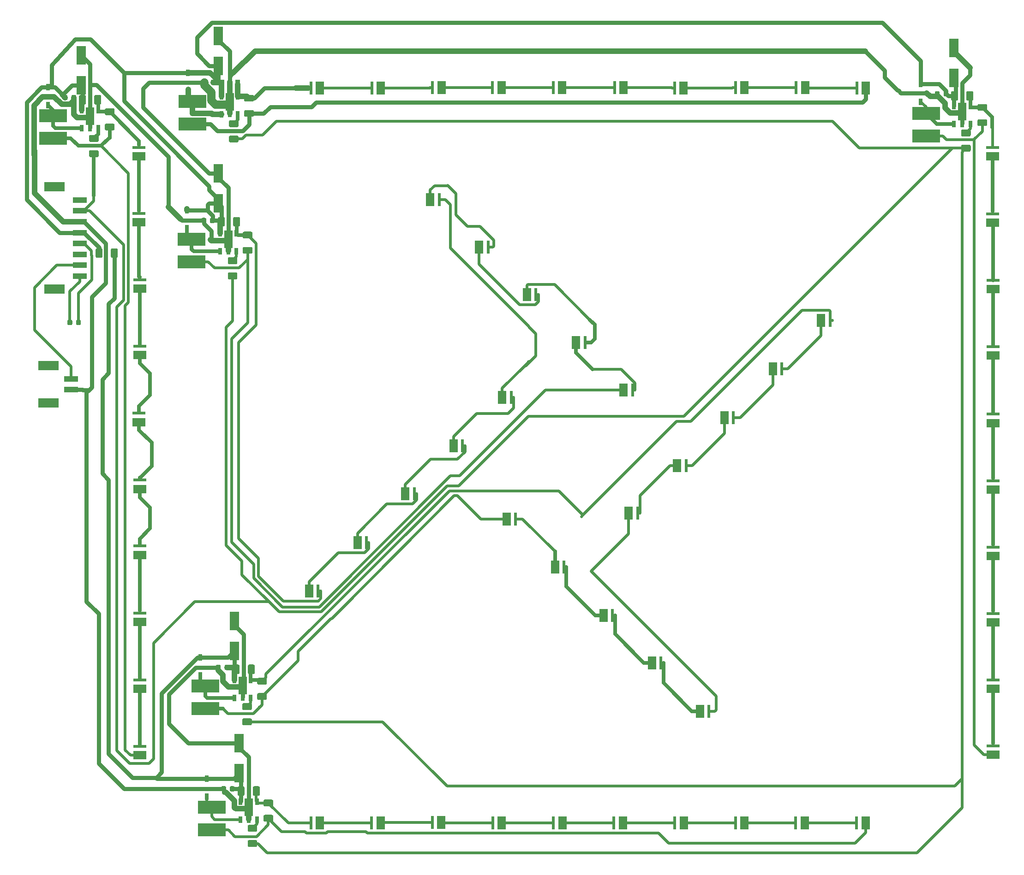
<source format=gbr>
G04 #@! TF.GenerationSoftware,KiCad,Pcbnew,(5.1.2)-2*
G04 #@! TF.CreationDate,2019-09-05T23:13:47+02:00*
G04 #@! TF.ProjectId,LED_Driver_ISSI_ALU,4c45445f-4472-4697-9665-725f49535349,rev?*
G04 #@! TF.SameCoordinates,Original*
G04 #@! TF.FileFunction,Copper,L1,Top*
G04 #@! TF.FilePolarity,Positive*
%FSLAX46Y46*%
G04 Gerber Fmt 4.6, Leading zero omitted, Abs format (unit mm)*
G04 Created by KiCad (PCBNEW (5.1.2)-2) date 2019-09-05 23:13:47*
%MOMM*%
%LPD*%
G04 APERTURE LIST*
%ADD10R,2.400000X1.600000*%
%ADD11R,2.400000X0.600000*%
%ADD12R,0.500000X0.300000*%
%ADD13R,1.600000X2.400000*%
%ADD14R,0.600000X2.400000*%
%ADD15R,0.300000X0.500000*%
%ADD16R,0.800000X1.250000*%
%ADD17C,0.100000*%
%ADD18C,1.250000*%
%ADD19C,0.875000*%
%ADD20R,5.100000X2.350000*%
%ADD21R,1.500000X3.300000*%
%ADD22R,0.680000X1.200000*%
%ADD23R,0.680000X1.400000*%
%ADD24R,2.500000X1.000000*%
%ADD25R,3.800000X1.800000*%
%ADD26R,1.800000X3.350000*%
%ADD27R,0.900000X1.700000*%
%ADD28C,0.800000*%
%ADD29C,1.000000*%
%ADD30C,1.500000*%
%ADD31C,0.500000*%
%ADD32C,0.700000*%
G04 APERTURE END LIST*
D10*
X57290000Y-81890000D03*
D11*
X57290000Y-80240000D03*
D12*
X57290000Y-79790000D03*
D10*
X57290000Y-106490000D03*
D11*
X57290000Y-104840000D03*
D12*
X57290000Y-104390000D03*
D13*
X155890000Y-102190000D03*
D14*
X157540000Y-102190000D03*
D15*
X157990000Y-102190000D03*
D10*
X57190000Y-45390000D03*
D11*
X57190000Y-43740000D03*
D12*
X57190000Y-43290000D03*
D16*
X66150000Y-30040000D03*
X66150000Y-33340000D03*
D12*
X57190000Y-92090000D03*
D11*
X57190000Y-92540000D03*
D10*
X57190000Y-94190000D03*
D12*
X57290000Y-153290000D03*
D11*
X57290000Y-153740000D03*
D10*
X57290000Y-155390000D03*
D17*
G36*
X80389504Y-141166204D02*
G01*
X80413773Y-141169804D01*
X80437571Y-141175765D01*
X80460671Y-141184030D01*
X80482849Y-141194520D01*
X80503893Y-141207133D01*
X80523598Y-141221747D01*
X80541777Y-141238223D01*
X80558253Y-141256402D01*
X80572867Y-141276107D01*
X80585480Y-141297151D01*
X80595970Y-141319329D01*
X80604235Y-141342429D01*
X80610196Y-141366227D01*
X80613796Y-141390496D01*
X80615000Y-141415000D01*
X80615000Y-142165000D01*
X80613796Y-142189504D01*
X80610196Y-142213773D01*
X80604235Y-142237571D01*
X80595970Y-142260671D01*
X80585480Y-142282849D01*
X80572867Y-142303893D01*
X80558253Y-142323598D01*
X80541777Y-142341777D01*
X80523598Y-142358253D01*
X80503893Y-142372867D01*
X80482849Y-142385480D01*
X80460671Y-142395970D01*
X80437571Y-142404235D01*
X80413773Y-142410196D01*
X80389504Y-142413796D01*
X80365000Y-142415000D01*
X79115000Y-142415000D01*
X79090496Y-142413796D01*
X79066227Y-142410196D01*
X79042429Y-142404235D01*
X79019329Y-142395970D01*
X78997151Y-142385480D01*
X78976107Y-142372867D01*
X78956402Y-142358253D01*
X78938223Y-142341777D01*
X78921747Y-142323598D01*
X78907133Y-142303893D01*
X78894520Y-142282849D01*
X78884030Y-142260671D01*
X78875765Y-142237571D01*
X78869804Y-142213773D01*
X78866204Y-142189504D01*
X78865000Y-142165000D01*
X78865000Y-141415000D01*
X78866204Y-141390496D01*
X78869804Y-141366227D01*
X78875765Y-141342429D01*
X78884030Y-141319329D01*
X78894520Y-141297151D01*
X78907133Y-141276107D01*
X78921747Y-141256402D01*
X78938223Y-141238223D01*
X78956402Y-141221747D01*
X78976107Y-141207133D01*
X78997151Y-141194520D01*
X79019329Y-141184030D01*
X79042429Y-141175765D01*
X79066227Y-141169804D01*
X79090496Y-141166204D01*
X79115000Y-141165000D01*
X80365000Y-141165000D01*
X80389504Y-141166204D01*
X80389504Y-141166204D01*
G37*
D18*
X79740000Y-141790000D03*
D17*
G36*
X80389504Y-143966204D02*
G01*
X80413773Y-143969804D01*
X80437571Y-143975765D01*
X80460671Y-143984030D01*
X80482849Y-143994520D01*
X80503893Y-144007133D01*
X80523598Y-144021747D01*
X80541777Y-144038223D01*
X80558253Y-144056402D01*
X80572867Y-144076107D01*
X80585480Y-144097151D01*
X80595970Y-144119329D01*
X80604235Y-144142429D01*
X80610196Y-144166227D01*
X80613796Y-144190496D01*
X80615000Y-144215000D01*
X80615000Y-144965000D01*
X80613796Y-144989504D01*
X80610196Y-145013773D01*
X80604235Y-145037571D01*
X80595970Y-145060671D01*
X80585480Y-145082849D01*
X80572867Y-145103893D01*
X80558253Y-145123598D01*
X80541777Y-145141777D01*
X80523598Y-145158253D01*
X80503893Y-145172867D01*
X80482849Y-145185480D01*
X80460671Y-145195970D01*
X80437571Y-145204235D01*
X80413773Y-145210196D01*
X80389504Y-145213796D01*
X80365000Y-145215000D01*
X79115000Y-145215000D01*
X79090496Y-145213796D01*
X79066227Y-145210196D01*
X79042429Y-145204235D01*
X79019329Y-145195970D01*
X78997151Y-145185480D01*
X78976107Y-145172867D01*
X78956402Y-145158253D01*
X78938223Y-145141777D01*
X78921747Y-145123598D01*
X78907133Y-145103893D01*
X78894520Y-145082849D01*
X78884030Y-145060671D01*
X78875765Y-145037571D01*
X78869804Y-145013773D01*
X78866204Y-144989504D01*
X78865000Y-144965000D01*
X78865000Y-144215000D01*
X78866204Y-144190496D01*
X78869804Y-144166227D01*
X78875765Y-144142429D01*
X78884030Y-144119329D01*
X78894520Y-144097151D01*
X78907133Y-144076107D01*
X78921747Y-144056402D01*
X78938223Y-144038223D01*
X78956402Y-144021747D01*
X78976107Y-144007133D01*
X78997151Y-143994520D01*
X79019329Y-143984030D01*
X79042429Y-143975765D01*
X79066227Y-143969804D01*
X79090496Y-143966204D01*
X79115000Y-143965000D01*
X80365000Y-143965000D01*
X80389504Y-143966204D01*
X80389504Y-143966204D01*
G37*
D18*
X79740000Y-144590000D03*
D16*
X65940000Y-58540000D03*
X65940000Y-55240000D03*
X40490000Y-35990000D03*
X40490000Y-32690000D03*
D12*
X57190000Y-55390000D03*
D11*
X57190000Y-55840000D03*
D10*
X57190000Y-57490000D03*
D12*
X57290000Y-116490000D03*
D11*
X57290000Y-116940000D03*
D10*
X57290000Y-118590000D03*
D16*
X68440000Y-137440000D03*
X68440000Y-140740000D03*
D10*
X57290000Y-143190000D03*
D11*
X57290000Y-141540000D03*
D12*
X57290000Y-141090000D03*
D15*
X149090000Y-110940000D03*
D14*
X148640000Y-110940000D03*
D13*
X146990000Y-110940000D03*
X160090000Y-147270000D03*
D14*
X161740000Y-147270000D03*
D15*
X162190000Y-147270000D03*
D17*
G36*
X46305191Y-75416053D02*
G01*
X46326426Y-75419203D01*
X46347250Y-75424419D01*
X46367462Y-75431651D01*
X46386868Y-75440830D01*
X46405281Y-75451866D01*
X46422524Y-75464654D01*
X46438430Y-75479070D01*
X46452846Y-75494976D01*
X46465634Y-75512219D01*
X46476670Y-75530632D01*
X46485849Y-75550038D01*
X46493081Y-75570250D01*
X46498297Y-75591074D01*
X46501447Y-75612309D01*
X46502500Y-75633750D01*
X46502500Y-76146250D01*
X46501447Y-76167691D01*
X46498297Y-76188926D01*
X46493081Y-76209750D01*
X46485849Y-76229962D01*
X46476670Y-76249368D01*
X46465634Y-76267781D01*
X46452846Y-76285024D01*
X46438430Y-76300930D01*
X46422524Y-76315346D01*
X46405281Y-76328134D01*
X46386868Y-76339170D01*
X46367462Y-76348349D01*
X46347250Y-76355581D01*
X46326426Y-76360797D01*
X46305191Y-76363947D01*
X46283750Y-76365000D01*
X45846250Y-76365000D01*
X45824809Y-76363947D01*
X45803574Y-76360797D01*
X45782750Y-76355581D01*
X45762538Y-76348349D01*
X45743132Y-76339170D01*
X45724719Y-76328134D01*
X45707476Y-76315346D01*
X45691570Y-76300930D01*
X45677154Y-76285024D01*
X45664366Y-76267781D01*
X45653330Y-76249368D01*
X45644151Y-76229962D01*
X45636919Y-76209750D01*
X45631703Y-76188926D01*
X45628553Y-76167691D01*
X45627500Y-76146250D01*
X45627500Y-75633750D01*
X45628553Y-75612309D01*
X45631703Y-75591074D01*
X45636919Y-75570250D01*
X45644151Y-75550038D01*
X45653330Y-75530632D01*
X45664366Y-75512219D01*
X45677154Y-75494976D01*
X45691570Y-75479070D01*
X45707476Y-75464654D01*
X45724719Y-75451866D01*
X45743132Y-75440830D01*
X45762538Y-75431651D01*
X45782750Y-75424419D01*
X45803574Y-75419203D01*
X45824809Y-75416053D01*
X45846250Y-75415000D01*
X46283750Y-75415000D01*
X46305191Y-75416053D01*
X46305191Y-75416053D01*
G37*
D19*
X46065000Y-75890000D03*
D17*
G36*
X44730191Y-75416053D02*
G01*
X44751426Y-75419203D01*
X44772250Y-75424419D01*
X44792462Y-75431651D01*
X44811868Y-75440830D01*
X44830281Y-75451866D01*
X44847524Y-75464654D01*
X44863430Y-75479070D01*
X44877846Y-75494976D01*
X44890634Y-75512219D01*
X44901670Y-75530632D01*
X44910849Y-75550038D01*
X44918081Y-75570250D01*
X44923297Y-75591074D01*
X44926447Y-75612309D01*
X44927500Y-75633750D01*
X44927500Y-76146250D01*
X44926447Y-76167691D01*
X44923297Y-76188926D01*
X44918081Y-76209750D01*
X44910849Y-76229962D01*
X44901670Y-76249368D01*
X44890634Y-76267781D01*
X44877846Y-76285024D01*
X44863430Y-76300930D01*
X44847524Y-76315346D01*
X44830281Y-76328134D01*
X44811868Y-76339170D01*
X44792462Y-76348349D01*
X44772250Y-76355581D01*
X44751426Y-76360797D01*
X44730191Y-76363947D01*
X44708750Y-76365000D01*
X44271250Y-76365000D01*
X44249809Y-76363947D01*
X44228574Y-76360797D01*
X44207750Y-76355581D01*
X44187538Y-76348349D01*
X44168132Y-76339170D01*
X44149719Y-76328134D01*
X44132476Y-76315346D01*
X44116570Y-76300930D01*
X44102154Y-76285024D01*
X44089366Y-76267781D01*
X44078330Y-76249368D01*
X44069151Y-76229962D01*
X44061919Y-76209750D01*
X44056703Y-76188926D01*
X44053553Y-76167691D01*
X44052500Y-76146250D01*
X44052500Y-75633750D01*
X44053553Y-75612309D01*
X44056703Y-75591074D01*
X44061919Y-75570250D01*
X44069151Y-75550038D01*
X44078330Y-75530632D01*
X44089366Y-75512219D01*
X44102154Y-75494976D01*
X44116570Y-75479070D01*
X44132476Y-75464654D01*
X44149719Y-75451866D01*
X44168132Y-75440830D01*
X44187538Y-75431651D01*
X44207750Y-75424419D01*
X44228574Y-75419203D01*
X44249809Y-75416053D01*
X44271250Y-75415000D01*
X44708750Y-75415000D01*
X44730191Y-75416053D01*
X44730191Y-75416053D01*
G37*
D19*
X44490000Y-75890000D03*
D15*
X110590000Y-32790000D03*
D14*
X111040000Y-32790000D03*
D13*
X112690000Y-32790000D03*
D15*
X130440000Y-70790000D03*
D14*
X129990000Y-70790000D03*
D13*
X128340000Y-70790000D03*
X112640000Y-167740000D03*
D14*
X110990000Y-167740000D03*
D15*
X110540000Y-167740000D03*
X166690000Y-93390000D03*
D14*
X166240000Y-93390000D03*
D13*
X164590000Y-93390000D03*
X142390000Y-129690000D03*
D14*
X144040000Y-129690000D03*
D15*
X144490000Y-129690000D03*
X166140000Y-167790000D03*
D14*
X166590000Y-167790000D03*
D13*
X168240000Y-167790000D03*
X133490000Y-120790000D03*
D14*
X135140000Y-120790000D03*
D15*
X135590000Y-120790000D03*
D20*
X69340000Y-142640000D03*
X69340000Y-146790000D03*
X41390000Y-37915000D03*
X41390000Y-42065000D03*
D15*
X126690000Y-111990000D03*
D14*
X126240000Y-111990000D03*
D13*
X124590000Y-111990000D03*
D21*
X48190000Y-37985000D03*
D22*
X46690000Y-36940000D03*
X49690000Y-36940000D03*
X49690000Y-40240000D03*
D23*
X48190000Y-40140000D03*
D22*
X46690000Y-40240000D03*
D13*
X106040000Y-107390000D03*
D14*
X107690000Y-107390000D03*
D15*
X108140000Y-107390000D03*
D12*
X57290000Y-128790000D03*
D11*
X57290000Y-129240000D03*
D10*
X57290000Y-130890000D03*
D22*
X74670001Y-144815000D03*
D23*
X76170001Y-144715000D03*
D22*
X77670001Y-144815000D03*
X77670001Y-141515000D03*
X74670001Y-141515000D03*
D21*
X76170001Y-142560000D03*
D10*
X57290000Y-69690000D03*
D11*
X57290000Y-68040000D03*
D12*
X57290000Y-67590000D03*
D13*
X168240000Y-32740000D03*
D14*
X166590000Y-32740000D03*
D15*
X166140000Y-32740000D03*
X153390000Y-138390000D03*
D14*
X152940000Y-138390000D03*
D13*
X151290000Y-138390000D03*
D17*
G36*
X75479504Y-56516204D02*
G01*
X75503773Y-56519804D01*
X75527571Y-56525765D01*
X75550671Y-56534030D01*
X75572849Y-56544520D01*
X75593893Y-56557133D01*
X75613598Y-56571747D01*
X75631777Y-56588223D01*
X75648253Y-56606402D01*
X75662867Y-56626107D01*
X75675480Y-56647151D01*
X75685970Y-56669329D01*
X75694235Y-56692429D01*
X75700196Y-56716227D01*
X75703796Y-56740496D01*
X75705000Y-56765000D01*
X75705000Y-58015000D01*
X75703796Y-58039504D01*
X75700196Y-58063773D01*
X75694235Y-58087571D01*
X75685970Y-58110671D01*
X75675480Y-58132849D01*
X75662867Y-58153893D01*
X75648253Y-58173598D01*
X75631777Y-58191777D01*
X75613598Y-58208253D01*
X75593893Y-58222867D01*
X75572849Y-58235480D01*
X75550671Y-58245970D01*
X75527571Y-58254235D01*
X75503773Y-58260196D01*
X75479504Y-58263796D01*
X75455000Y-58265000D01*
X74705000Y-58265000D01*
X74680496Y-58263796D01*
X74656227Y-58260196D01*
X74632429Y-58254235D01*
X74609329Y-58245970D01*
X74587151Y-58235480D01*
X74566107Y-58222867D01*
X74546402Y-58208253D01*
X74528223Y-58191777D01*
X74511747Y-58173598D01*
X74497133Y-58153893D01*
X74484520Y-58132849D01*
X74474030Y-58110671D01*
X74465765Y-58087571D01*
X74459804Y-58063773D01*
X74456204Y-58039504D01*
X74455000Y-58015000D01*
X74455000Y-56765000D01*
X74456204Y-56740496D01*
X74459804Y-56716227D01*
X74465765Y-56692429D01*
X74474030Y-56669329D01*
X74484520Y-56647151D01*
X74497133Y-56626107D01*
X74511747Y-56606402D01*
X74528223Y-56588223D01*
X74546402Y-56571747D01*
X74566107Y-56557133D01*
X74587151Y-56544520D01*
X74609329Y-56534030D01*
X74632429Y-56525765D01*
X74656227Y-56519804D01*
X74680496Y-56516204D01*
X74705000Y-56515000D01*
X75455000Y-56515000D01*
X75479504Y-56516204D01*
X75479504Y-56516204D01*
G37*
D18*
X75080000Y-57390000D03*
D17*
G36*
X72679504Y-56516204D02*
G01*
X72703773Y-56519804D01*
X72727571Y-56525765D01*
X72750671Y-56534030D01*
X72772849Y-56544520D01*
X72793893Y-56557133D01*
X72813598Y-56571747D01*
X72831777Y-56588223D01*
X72848253Y-56606402D01*
X72862867Y-56626107D01*
X72875480Y-56647151D01*
X72885970Y-56669329D01*
X72894235Y-56692429D01*
X72900196Y-56716227D01*
X72903796Y-56740496D01*
X72905000Y-56765000D01*
X72905000Y-58015000D01*
X72903796Y-58039504D01*
X72900196Y-58063773D01*
X72894235Y-58087571D01*
X72885970Y-58110671D01*
X72875480Y-58132849D01*
X72862867Y-58153893D01*
X72848253Y-58173598D01*
X72831777Y-58191777D01*
X72813598Y-58208253D01*
X72793893Y-58222867D01*
X72772849Y-58235480D01*
X72750671Y-58245970D01*
X72727571Y-58254235D01*
X72703773Y-58260196D01*
X72679504Y-58263796D01*
X72655000Y-58265000D01*
X71905000Y-58265000D01*
X71880496Y-58263796D01*
X71856227Y-58260196D01*
X71832429Y-58254235D01*
X71809329Y-58245970D01*
X71787151Y-58235480D01*
X71766107Y-58222867D01*
X71746402Y-58208253D01*
X71728223Y-58191777D01*
X71711747Y-58173598D01*
X71697133Y-58153893D01*
X71684520Y-58132849D01*
X71674030Y-58110671D01*
X71665765Y-58087571D01*
X71659804Y-58063773D01*
X71656204Y-58039504D01*
X71655000Y-58015000D01*
X71655000Y-56765000D01*
X71656204Y-56740496D01*
X71659804Y-56716227D01*
X71665765Y-56692429D01*
X71674030Y-56669329D01*
X71684520Y-56647151D01*
X71697133Y-56626107D01*
X71711747Y-56606402D01*
X71728223Y-56588223D01*
X71746402Y-56571747D01*
X71766107Y-56557133D01*
X71787151Y-56544520D01*
X71809329Y-56534030D01*
X71832429Y-56525765D01*
X71856227Y-56519804D01*
X71880496Y-56516204D01*
X71905000Y-56515000D01*
X72655000Y-56515000D01*
X72679504Y-56516204D01*
X72679504Y-56516204D01*
G37*
D18*
X72280000Y-57390000D03*
D24*
X46302000Y-67390000D03*
X46302000Y-65390000D03*
X46302000Y-63390000D03*
D25*
X41652000Y-69790000D03*
X41652000Y-50990000D03*
D24*
X46302000Y-61390000D03*
X46302000Y-59390000D03*
X46302000Y-57390000D03*
X46302000Y-55390000D03*
X46302000Y-53390000D03*
D17*
G36*
X47189504Y-34116204D02*
G01*
X47213773Y-34119804D01*
X47237571Y-34125765D01*
X47260671Y-34134030D01*
X47282849Y-34144520D01*
X47303893Y-34157133D01*
X47323598Y-34171747D01*
X47341777Y-34188223D01*
X47358253Y-34206402D01*
X47372867Y-34226107D01*
X47385480Y-34247151D01*
X47395970Y-34269329D01*
X47404235Y-34292429D01*
X47410196Y-34316227D01*
X47413796Y-34340496D01*
X47415000Y-34365000D01*
X47415000Y-35615000D01*
X47413796Y-35639504D01*
X47410196Y-35663773D01*
X47404235Y-35687571D01*
X47395970Y-35710671D01*
X47385480Y-35732849D01*
X47372867Y-35753893D01*
X47358253Y-35773598D01*
X47341777Y-35791777D01*
X47323598Y-35808253D01*
X47303893Y-35822867D01*
X47282849Y-35835480D01*
X47260671Y-35845970D01*
X47237571Y-35854235D01*
X47213773Y-35860196D01*
X47189504Y-35863796D01*
X47165000Y-35865000D01*
X46415000Y-35865000D01*
X46390496Y-35863796D01*
X46366227Y-35860196D01*
X46342429Y-35854235D01*
X46319329Y-35845970D01*
X46297151Y-35835480D01*
X46276107Y-35822867D01*
X46256402Y-35808253D01*
X46238223Y-35791777D01*
X46221747Y-35773598D01*
X46207133Y-35753893D01*
X46194520Y-35732849D01*
X46184030Y-35710671D01*
X46175765Y-35687571D01*
X46169804Y-35663773D01*
X46166204Y-35639504D01*
X46165000Y-35615000D01*
X46165000Y-34365000D01*
X46166204Y-34340496D01*
X46169804Y-34316227D01*
X46175765Y-34292429D01*
X46184030Y-34269329D01*
X46194520Y-34247151D01*
X46207133Y-34226107D01*
X46221747Y-34206402D01*
X46238223Y-34188223D01*
X46256402Y-34171747D01*
X46276107Y-34157133D01*
X46297151Y-34144520D01*
X46319329Y-34134030D01*
X46342429Y-34125765D01*
X46366227Y-34119804D01*
X46390496Y-34116204D01*
X46415000Y-34115000D01*
X47165000Y-34115000D01*
X47189504Y-34116204D01*
X47189504Y-34116204D01*
G37*
D18*
X46790000Y-34990000D03*
D17*
G36*
X49989504Y-34116204D02*
G01*
X50013773Y-34119804D01*
X50037571Y-34125765D01*
X50060671Y-34134030D01*
X50082849Y-34144520D01*
X50103893Y-34157133D01*
X50123598Y-34171747D01*
X50141777Y-34188223D01*
X50158253Y-34206402D01*
X50172867Y-34226107D01*
X50185480Y-34247151D01*
X50195970Y-34269329D01*
X50204235Y-34292429D01*
X50210196Y-34316227D01*
X50213796Y-34340496D01*
X50215000Y-34365000D01*
X50215000Y-35615000D01*
X50213796Y-35639504D01*
X50210196Y-35663773D01*
X50204235Y-35687571D01*
X50195970Y-35710671D01*
X50185480Y-35732849D01*
X50172867Y-35753893D01*
X50158253Y-35773598D01*
X50141777Y-35791777D01*
X50123598Y-35808253D01*
X50103893Y-35822867D01*
X50082849Y-35835480D01*
X50060671Y-35845970D01*
X50037571Y-35854235D01*
X50013773Y-35860196D01*
X49989504Y-35863796D01*
X49965000Y-35865000D01*
X49215000Y-35865000D01*
X49190496Y-35863796D01*
X49166227Y-35860196D01*
X49142429Y-35854235D01*
X49119329Y-35845970D01*
X49097151Y-35835480D01*
X49076107Y-35822867D01*
X49056402Y-35808253D01*
X49038223Y-35791777D01*
X49021747Y-35773598D01*
X49007133Y-35753893D01*
X48994520Y-35732849D01*
X48984030Y-35710671D01*
X48975765Y-35687571D01*
X48969804Y-35663773D01*
X48966204Y-35639504D01*
X48965000Y-35615000D01*
X48965000Y-34365000D01*
X48966204Y-34340496D01*
X48969804Y-34316227D01*
X48975765Y-34292429D01*
X48984030Y-34269329D01*
X48994520Y-34247151D01*
X49007133Y-34226107D01*
X49021747Y-34206402D01*
X49038223Y-34188223D01*
X49056402Y-34171747D01*
X49076107Y-34157133D01*
X49097151Y-34144520D01*
X49119329Y-34134030D01*
X49142429Y-34125765D01*
X49166227Y-34119804D01*
X49190496Y-34116204D01*
X49215000Y-34115000D01*
X49965000Y-34115000D01*
X49989504Y-34116204D01*
X49989504Y-34116204D01*
G37*
D18*
X49590000Y-34990000D03*
D17*
G36*
X78189504Y-138716204D02*
G01*
X78213773Y-138719804D01*
X78237571Y-138725765D01*
X78260671Y-138734030D01*
X78282849Y-138744520D01*
X78303893Y-138757133D01*
X78323598Y-138771747D01*
X78341777Y-138788223D01*
X78358253Y-138806402D01*
X78372867Y-138826107D01*
X78385480Y-138847151D01*
X78395970Y-138869329D01*
X78404235Y-138892429D01*
X78410196Y-138916227D01*
X78413796Y-138940496D01*
X78415000Y-138965000D01*
X78415000Y-140215000D01*
X78413796Y-140239504D01*
X78410196Y-140263773D01*
X78404235Y-140287571D01*
X78395970Y-140310671D01*
X78385480Y-140332849D01*
X78372867Y-140353893D01*
X78358253Y-140373598D01*
X78341777Y-140391777D01*
X78323598Y-140408253D01*
X78303893Y-140422867D01*
X78282849Y-140435480D01*
X78260671Y-140445970D01*
X78237571Y-140454235D01*
X78213773Y-140460196D01*
X78189504Y-140463796D01*
X78165000Y-140465000D01*
X77415000Y-140465000D01*
X77390496Y-140463796D01*
X77366227Y-140460196D01*
X77342429Y-140454235D01*
X77319329Y-140445970D01*
X77297151Y-140435480D01*
X77276107Y-140422867D01*
X77256402Y-140408253D01*
X77238223Y-140391777D01*
X77221747Y-140373598D01*
X77207133Y-140353893D01*
X77194520Y-140332849D01*
X77184030Y-140310671D01*
X77175765Y-140287571D01*
X77169804Y-140263773D01*
X77166204Y-140239504D01*
X77165000Y-140215000D01*
X77165000Y-138965000D01*
X77166204Y-138940496D01*
X77169804Y-138916227D01*
X77175765Y-138892429D01*
X77184030Y-138869329D01*
X77194520Y-138847151D01*
X77207133Y-138826107D01*
X77221747Y-138806402D01*
X77238223Y-138788223D01*
X77256402Y-138771747D01*
X77276107Y-138757133D01*
X77297151Y-138744520D01*
X77319329Y-138734030D01*
X77342429Y-138725765D01*
X77366227Y-138719804D01*
X77390496Y-138716204D01*
X77415000Y-138715000D01*
X78165000Y-138715000D01*
X78189504Y-138716204D01*
X78189504Y-138716204D01*
G37*
D18*
X77790000Y-139590000D03*
D17*
G36*
X75389504Y-138716204D02*
G01*
X75413773Y-138719804D01*
X75437571Y-138725765D01*
X75460671Y-138734030D01*
X75482849Y-138744520D01*
X75503893Y-138757133D01*
X75523598Y-138771747D01*
X75541777Y-138788223D01*
X75558253Y-138806402D01*
X75572867Y-138826107D01*
X75585480Y-138847151D01*
X75595970Y-138869329D01*
X75604235Y-138892429D01*
X75610196Y-138916227D01*
X75613796Y-138940496D01*
X75615000Y-138965000D01*
X75615000Y-140215000D01*
X75613796Y-140239504D01*
X75610196Y-140263773D01*
X75604235Y-140287571D01*
X75595970Y-140310671D01*
X75585480Y-140332849D01*
X75572867Y-140353893D01*
X75558253Y-140373598D01*
X75541777Y-140391777D01*
X75523598Y-140408253D01*
X75503893Y-140422867D01*
X75482849Y-140435480D01*
X75460671Y-140445970D01*
X75437571Y-140454235D01*
X75413773Y-140460196D01*
X75389504Y-140463796D01*
X75365000Y-140465000D01*
X74615000Y-140465000D01*
X74590496Y-140463796D01*
X74566227Y-140460196D01*
X74542429Y-140454235D01*
X74519329Y-140445970D01*
X74497151Y-140435480D01*
X74476107Y-140422867D01*
X74456402Y-140408253D01*
X74438223Y-140391777D01*
X74421747Y-140373598D01*
X74407133Y-140353893D01*
X74394520Y-140332849D01*
X74384030Y-140310671D01*
X74375765Y-140287571D01*
X74369804Y-140263773D01*
X74366204Y-140239504D01*
X74365000Y-140215000D01*
X74365000Y-138965000D01*
X74366204Y-138940496D01*
X74369804Y-138916227D01*
X74375765Y-138892429D01*
X74384030Y-138869329D01*
X74394520Y-138847151D01*
X74407133Y-138826107D01*
X74421747Y-138806402D01*
X74438223Y-138788223D01*
X74456402Y-138771747D01*
X74476107Y-138757133D01*
X74497151Y-138744520D01*
X74519329Y-138734030D01*
X74542429Y-138725765D01*
X74566227Y-138719804D01*
X74590496Y-138716204D01*
X74615000Y-138715000D01*
X75365000Y-138715000D01*
X75389504Y-138716204D01*
X75389504Y-138716204D01*
G37*
D18*
X74990000Y-139590000D03*
D17*
G36*
X77639504Y-148616204D02*
G01*
X77663773Y-148619804D01*
X77687571Y-148625765D01*
X77710671Y-148634030D01*
X77732849Y-148644520D01*
X77753893Y-148657133D01*
X77773598Y-148671747D01*
X77791777Y-148688223D01*
X77808253Y-148706402D01*
X77822867Y-148726107D01*
X77835480Y-148747151D01*
X77845970Y-148769329D01*
X77854235Y-148792429D01*
X77860196Y-148816227D01*
X77863796Y-148840496D01*
X77865000Y-148865000D01*
X77865000Y-149615000D01*
X77863796Y-149639504D01*
X77860196Y-149663773D01*
X77854235Y-149687571D01*
X77845970Y-149710671D01*
X77835480Y-149732849D01*
X77822867Y-149753893D01*
X77808253Y-149773598D01*
X77791777Y-149791777D01*
X77773598Y-149808253D01*
X77753893Y-149822867D01*
X77732849Y-149835480D01*
X77710671Y-149845970D01*
X77687571Y-149854235D01*
X77663773Y-149860196D01*
X77639504Y-149863796D01*
X77615000Y-149865000D01*
X76365000Y-149865000D01*
X76340496Y-149863796D01*
X76316227Y-149860196D01*
X76292429Y-149854235D01*
X76269329Y-149845970D01*
X76247151Y-149835480D01*
X76226107Y-149822867D01*
X76206402Y-149808253D01*
X76188223Y-149791777D01*
X76171747Y-149773598D01*
X76157133Y-149753893D01*
X76144520Y-149732849D01*
X76134030Y-149710671D01*
X76125765Y-149687571D01*
X76119804Y-149663773D01*
X76116204Y-149639504D01*
X76115000Y-149615000D01*
X76115000Y-148865000D01*
X76116204Y-148840496D01*
X76119804Y-148816227D01*
X76125765Y-148792429D01*
X76134030Y-148769329D01*
X76144520Y-148747151D01*
X76157133Y-148726107D01*
X76171747Y-148706402D01*
X76188223Y-148688223D01*
X76206402Y-148671747D01*
X76226107Y-148657133D01*
X76247151Y-148644520D01*
X76269329Y-148634030D01*
X76292429Y-148625765D01*
X76316227Y-148619804D01*
X76340496Y-148616204D01*
X76365000Y-148615000D01*
X77615000Y-148615000D01*
X77639504Y-148616204D01*
X77639504Y-148616204D01*
G37*
D18*
X76990000Y-149240000D03*
D17*
G36*
X77639504Y-145816204D02*
G01*
X77663773Y-145819804D01*
X77687571Y-145825765D01*
X77710671Y-145834030D01*
X77732849Y-145844520D01*
X77753893Y-145857133D01*
X77773598Y-145871747D01*
X77791777Y-145888223D01*
X77808253Y-145906402D01*
X77822867Y-145926107D01*
X77835480Y-145947151D01*
X77845970Y-145969329D01*
X77854235Y-145992429D01*
X77860196Y-146016227D01*
X77863796Y-146040496D01*
X77865000Y-146065000D01*
X77865000Y-146815000D01*
X77863796Y-146839504D01*
X77860196Y-146863773D01*
X77854235Y-146887571D01*
X77845970Y-146910671D01*
X77835480Y-146932849D01*
X77822867Y-146953893D01*
X77808253Y-146973598D01*
X77791777Y-146991777D01*
X77773598Y-147008253D01*
X77753893Y-147022867D01*
X77732849Y-147035480D01*
X77710671Y-147045970D01*
X77687571Y-147054235D01*
X77663773Y-147060196D01*
X77639504Y-147063796D01*
X77615000Y-147065000D01*
X76365000Y-147065000D01*
X76340496Y-147063796D01*
X76316227Y-147060196D01*
X76292429Y-147054235D01*
X76269329Y-147045970D01*
X76247151Y-147035480D01*
X76226107Y-147022867D01*
X76206402Y-147008253D01*
X76188223Y-146991777D01*
X76171747Y-146973598D01*
X76157133Y-146953893D01*
X76144520Y-146932849D01*
X76134030Y-146910671D01*
X76125765Y-146887571D01*
X76119804Y-146863773D01*
X76116204Y-146839504D01*
X76115000Y-146815000D01*
X76115000Y-146065000D01*
X76116204Y-146040496D01*
X76119804Y-146016227D01*
X76125765Y-145992429D01*
X76134030Y-145969329D01*
X76144520Y-145947151D01*
X76157133Y-145926107D01*
X76171747Y-145906402D01*
X76188223Y-145888223D01*
X76206402Y-145871747D01*
X76226107Y-145857133D01*
X76247151Y-145844520D01*
X76269329Y-145834030D01*
X76292429Y-145825765D01*
X76316227Y-145819804D01*
X76340496Y-145816204D01*
X76365000Y-145815000D01*
X77615000Y-145815000D01*
X77639504Y-145816204D01*
X77639504Y-145816204D01*
G37*
D18*
X76990000Y-146440000D03*
D17*
G36*
X49539504Y-41466204D02*
G01*
X49563773Y-41469804D01*
X49587571Y-41475765D01*
X49610671Y-41484030D01*
X49632849Y-41494520D01*
X49653893Y-41507133D01*
X49673598Y-41521747D01*
X49691777Y-41538223D01*
X49708253Y-41556402D01*
X49722867Y-41576107D01*
X49735480Y-41597151D01*
X49745970Y-41619329D01*
X49754235Y-41642429D01*
X49760196Y-41666227D01*
X49763796Y-41690496D01*
X49765000Y-41715000D01*
X49765000Y-42465000D01*
X49763796Y-42489504D01*
X49760196Y-42513773D01*
X49754235Y-42537571D01*
X49745970Y-42560671D01*
X49735480Y-42582849D01*
X49722867Y-42603893D01*
X49708253Y-42623598D01*
X49691777Y-42641777D01*
X49673598Y-42658253D01*
X49653893Y-42672867D01*
X49632849Y-42685480D01*
X49610671Y-42695970D01*
X49587571Y-42704235D01*
X49563773Y-42710196D01*
X49539504Y-42713796D01*
X49515000Y-42715000D01*
X48265000Y-42715000D01*
X48240496Y-42713796D01*
X48216227Y-42710196D01*
X48192429Y-42704235D01*
X48169329Y-42695970D01*
X48147151Y-42685480D01*
X48126107Y-42672867D01*
X48106402Y-42658253D01*
X48088223Y-42641777D01*
X48071747Y-42623598D01*
X48057133Y-42603893D01*
X48044520Y-42582849D01*
X48034030Y-42560671D01*
X48025765Y-42537571D01*
X48019804Y-42513773D01*
X48016204Y-42489504D01*
X48015000Y-42465000D01*
X48015000Y-41715000D01*
X48016204Y-41690496D01*
X48019804Y-41666227D01*
X48025765Y-41642429D01*
X48034030Y-41619329D01*
X48044520Y-41597151D01*
X48057133Y-41576107D01*
X48071747Y-41556402D01*
X48088223Y-41538223D01*
X48106402Y-41521747D01*
X48126107Y-41507133D01*
X48147151Y-41494520D01*
X48169329Y-41484030D01*
X48192429Y-41475765D01*
X48216227Y-41469804D01*
X48240496Y-41466204D01*
X48265000Y-41465000D01*
X49515000Y-41465000D01*
X49539504Y-41466204D01*
X49539504Y-41466204D01*
G37*
D18*
X48890000Y-42090000D03*
D17*
G36*
X49539504Y-44266204D02*
G01*
X49563773Y-44269804D01*
X49587571Y-44275765D01*
X49610671Y-44284030D01*
X49632849Y-44294520D01*
X49653893Y-44307133D01*
X49673598Y-44321747D01*
X49691777Y-44338223D01*
X49708253Y-44356402D01*
X49722867Y-44376107D01*
X49735480Y-44397151D01*
X49745970Y-44419329D01*
X49754235Y-44442429D01*
X49760196Y-44466227D01*
X49763796Y-44490496D01*
X49765000Y-44515000D01*
X49765000Y-45265000D01*
X49763796Y-45289504D01*
X49760196Y-45313773D01*
X49754235Y-45337571D01*
X49745970Y-45360671D01*
X49735480Y-45382849D01*
X49722867Y-45403893D01*
X49708253Y-45423598D01*
X49691777Y-45441777D01*
X49673598Y-45458253D01*
X49653893Y-45472867D01*
X49632849Y-45485480D01*
X49610671Y-45495970D01*
X49587571Y-45504235D01*
X49563773Y-45510196D01*
X49539504Y-45513796D01*
X49515000Y-45515000D01*
X48265000Y-45515000D01*
X48240496Y-45513796D01*
X48216227Y-45510196D01*
X48192429Y-45504235D01*
X48169329Y-45495970D01*
X48147151Y-45485480D01*
X48126107Y-45472867D01*
X48106402Y-45458253D01*
X48088223Y-45441777D01*
X48071747Y-45423598D01*
X48057133Y-45403893D01*
X48044520Y-45382849D01*
X48034030Y-45360671D01*
X48025765Y-45337571D01*
X48019804Y-45313773D01*
X48016204Y-45289504D01*
X48015000Y-45265000D01*
X48015000Y-44515000D01*
X48016204Y-44490496D01*
X48019804Y-44466227D01*
X48025765Y-44442429D01*
X48034030Y-44419329D01*
X48044520Y-44397151D01*
X48057133Y-44376107D01*
X48071747Y-44356402D01*
X48088223Y-44338223D01*
X48106402Y-44321747D01*
X48126107Y-44307133D01*
X48147151Y-44294520D01*
X48169329Y-44284030D01*
X48192429Y-44275765D01*
X48216227Y-44269804D01*
X48240496Y-44266204D01*
X48265000Y-44265000D01*
X49515000Y-44265000D01*
X49539504Y-44266204D01*
X49539504Y-44266204D01*
G37*
D18*
X48890000Y-44890000D03*
D17*
G36*
X53039504Y-62266204D02*
G01*
X53063773Y-62269804D01*
X53087571Y-62275765D01*
X53110671Y-62284030D01*
X53132849Y-62294520D01*
X53153893Y-62307133D01*
X53173598Y-62321747D01*
X53191777Y-62338223D01*
X53208253Y-62356402D01*
X53222867Y-62376107D01*
X53235480Y-62397151D01*
X53245970Y-62419329D01*
X53254235Y-62442429D01*
X53260196Y-62466227D01*
X53263796Y-62490496D01*
X53265000Y-62515000D01*
X53265000Y-63765000D01*
X53263796Y-63789504D01*
X53260196Y-63813773D01*
X53254235Y-63837571D01*
X53245970Y-63860671D01*
X53235480Y-63882849D01*
X53222867Y-63903893D01*
X53208253Y-63923598D01*
X53191777Y-63941777D01*
X53173598Y-63958253D01*
X53153893Y-63972867D01*
X53132849Y-63985480D01*
X53110671Y-63995970D01*
X53087571Y-64004235D01*
X53063773Y-64010196D01*
X53039504Y-64013796D01*
X53015000Y-64015000D01*
X52265000Y-64015000D01*
X52240496Y-64013796D01*
X52216227Y-64010196D01*
X52192429Y-64004235D01*
X52169329Y-63995970D01*
X52147151Y-63985480D01*
X52126107Y-63972867D01*
X52106402Y-63958253D01*
X52088223Y-63941777D01*
X52071747Y-63923598D01*
X52057133Y-63903893D01*
X52044520Y-63882849D01*
X52034030Y-63860671D01*
X52025765Y-63837571D01*
X52019804Y-63813773D01*
X52016204Y-63789504D01*
X52015000Y-63765000D01*
X52015000Y-62515000D01*
X52016204Y-62490496D01*
X52019804Y-62466227D01*
X52025765Y-62442429D01*
X52034030Y-62419329D01*
X52044520Y-62397151D01*
X52057133Y-62376107D01*
X52071747Y-62356402D01*
X52088223Y-62338223D01*
X52106402Y-62321747D01*
X52126107Y-62307133D01*
X52147151Y-62294520D01*
X52169329Y-62284030D01*
X52192429Y-62275765D01*
X52216227Y-62269804D01*
X52240496Y-62266204D01*
X52265000Y-62265000D01*
X53015000Y-62265000D01*
X53039504Y-62266204D01*
X53039504Y-62266204D01*
G37*
D18*
X52640000Y-63140000D03*
D17*
G36*
X50239504Y-62266204D02*
G01*
X50263773Y-62269804D01*
X50287571Y-62275765D01*
X50310671Y-62284030D01*
X50332849Y-62294520D01*
X50353893Y-62307133D01*
X50373598Y-62321747D01*
X50391777Y-62338223D01*
X50408253Y-62356402D01*
X50422867Y-62376107D01*
X50435480Y-62397151D01*
X50445970Y-62419329D01*
X50454235Y-62442429D01*
X50460196Y-62466227D01*
X50463796Y-62490496D01*
X50465000Y-62515000D01*
X50465000Y-63765000D01*
X50463796Y-63789504D01*
X50460196Y-63813773D01*
X50454235Y-63837571D01*
X50445970Y-63860671D01*
X50435480Y-63882849D01*
X50422867Y-63903893D01*
X50408253Y-63923598D01*
X50391777Y-63941777D01*
X50373598Y-63958253D01*
X50353893Y-63972867D01*
X50332849Y-63985480D01*
X50310671Y-63995970D01*
X50287571Y-64004235D01*
X50263773Y-64010196D01*
X50239504Y-64013796D01*
X50215000Y-64015000D01*
X49465000Y-64015000D01*
X49440496Y-64013796D01*
X49416227Y-64010196D01*
X49392429Y-64004235D01*
X49369329Y-63995970D01*
X49347151Y-63985480D01*
X49326107Y-63972867D01*
X49306402Y-63958253D01*
X49288223Y-63941777D01*
X49271747Y-63923598D01*
X49257133Y-63903893D01*
X49244520Y-63882849D01*
X49234030Y-63860671D01*
X49225765Y-63837571D01*
X49219804Y-63813773D01*
X49216204Y-63789504D01*
X49215000Y-63765000D01*
X49215000Y-62515000D01*
X49216204Y-62490496D01*
X49219804Y-62466227D01*
X49225765Y-62442429D01*
X49234030Y-62419329D01*
X49244520Y-62397151D01*
X49257133Y-62376107D01*
X49271747Y-62356402D01*
X49288223Y-62338223D01*
X49306402Y-62321747D01*
X49326107Y-62307133D01*
X49347151Y-62294520D01*
X49369329Y-62284030D01*
X49392429Y-62275765D01*
X49416227Y-62269804D01*
X49440496Y-62266204D01*
X49465000Y-62265000D01*
X50215000Y-62265000D01*
X50239504Y-62266204D01*
X50239504Y-62266204D01*
G37*
D18*
X49840000Y-63140000D03*
D24*
X44740000Y-86240000D03*
X44740000Y-88240000D03*
D25*
X40590000Y-83840000D03*
X40590000Y-90640000D03*
D17*
G36*
X74989504Y-63916204D02*
G01*
X75013773Y-63919804D01*
X75037571Y-63925765D01*
X75060671Y-63934030D01*
X75082849Y-63944520D01*
X75103893Y-63957133D01*
X75123598Y-63971747D01*
X75141777Y-63988223D01*
X75158253Y-64006402D01*
X75172867Y-64026107D01*
X75185480Y-64047151D01*
X75195970Y-64069329D01*
X75204235Y-64092429D01*
X75210196Y-64116227D01*
X75213796Y-64140496D01*
X75215000Y-64165000D01*
X75215000Y-64915000D01*
X75213796Y-64939504D01*
X75210196Y-64963773D01*
X75204235Y-64987571D01*
X75195970Y-65010671D01*
X75185480Y-65032849D01*
X75172867Y-65053893D01*
X75158253Y-65073598D01*
X75141777Y-65091777D01*
X75123598Y-65108253D01*
X75103893Y-65122867D01*
X75082849Y-65135480D01*
X75060671Y-65145970D01*
X75037571Y-65154235D01*
X75013773Y-65160196D01*
X74989504Y-65163796D01*
X74965000Y-65165000D01*
X73715000Y-65165000D01*
X73690496Y-65163796D01*
X73666227Y-65160196D01*
X73642429Y-65154235D01*
X73619329Y-65145970D01*
X73597151Y-65135480D01*
X73576107Y-65122867D01*
X73556402Y-65108253D01*
X73538223Y-65091777D01*
X73521747Y-65073598D01*
X73507133Y-65053893D01*
X73494520Y-65032849D01*
X73484030Y-65010671D01*
X73475765Y-64987571D01*
X73469804Y-64963773D01*
X73466204Y-64939504D01*
X73465000Y-64915000D01*
X73465000Y-64165000D01*
X73466204Y-64140496D01*
X73469804Y-64116227D01*
X73475765Y-64092429D01*
X73484030Y-64069329D01*
X73494520Y-64047151D01*
X73507133Y-64026107D01*
X73521747Y-64006402D01*
X73538223Y-63988223D01*
X73556402Y-63971747D01*
X73576107Y-63957133D01*
X73597151Y-63944520D01*
X73619329Y-63934030D01*
X73642429Y-63925765D01*
X73666227Y-63919804D01*
X73690496Y-63916204D01*
X73715000Y-63915000D01*
X74965000Y-63915000D01*
X74989504Y-63916204D01*
X74989504Y-63916204D01*
G37*
D18*
X74340000Y-64540000D03*
D17*
G36*
X74989504Y-66716204D02*
G01*
X75013773Y-66719804D01*
X75037571Y-66725765D01*
X75060671Y-66734030D01*
X75082849Y-66744520D01*
X75103893Y-66757133D01*
X75123598Y-66771747D01*
X75141777Y-66788223D01*
X75158253Y-66806402D01*
X75172867Y-66826107D01*
X75185480Y-66847151D01*
X75195970Y-66869329D01*
X75204235Y-66892429D01*
X75210196Y-66916227D01*
X75213796Y-66940496D01*
X75215000Y-66965000D01*
X75215000Y-67715000D01*
X75213796Y-67739504D01*
X75210196Y-67763773D01*
X75204235Y-67787571D01*
X75195970Y-67810671D01*
X75185480Y-67832849D01*
X75172867Y-67853893D01*
X75158253Y-67873598D01*
X75141777Y-67891777D01*
X75123598Y-67908253D01*
X75103893Y-67922867D01*
X75082849Y-67935480D01*
X75060671Y-67945970D01*
X75037571Y-67954235D01*
X75013773Y-67960196D01*
X74989504Y-67963796D01*
X74965000Y-67965000D01*
X73715000Y-67965000D01*
X73690496Y-67963796D01*
X73666227Y-67960196D01*
X73642429Y-67954235D01*
X73619329Y-67945970D01*
X73597151Y-67935480D01*
X73576107Y-67922867D01*
X73556402Y-67908253D01*
X73538223Y-67891777D01*
X73521747Y-67873598D01*
X73507133Y-67853893D01*
X73494520Y-67832849D01*
X73484030Y-67810671D01*
X73475765Y-67787571D01*
X73469804Y-67763773D01*
X73466204Y-67739504D01*
X73465000Y-67715000D01*
X73465000Y-66965000D01*
X73466204Y-66940496D01*
X73469804Y-66916227D01*
X73475765Y-66892429D01*
X73484030Y-66869329D01*
X73494520Y-66847151D01*
X73507133Y-66826107D01*
X73521747Y-66806402D01*
X73538223Y-66788223D01*
X73556402Y-66771747D01*
X73576107Y-66757133D01*
X73597151Y-66744520D01*
X73619329Y-66734030D01*
X73642429Y-66725765D01*
X73666227Y-66719804D01*
X73690496Y-66716204D01*
X73715000Y-66715000D01*
X74965000Y-66715000D01*
X74989504Y-66716204D01*
X74989504Y-66716204D01*
G37*
D18*
X74340000Y-67340000D03*
D17*
G36*
X75199504Y-41566204D02*
G01*
X75223773Y-41569804D01*
X75247571Y-41575765D01*
X75270671Y-41584030D01*
X75292849Y-41594520D01*
X75313893Y-41607133D01*
X75333598Y-41621747D01*
X75351777Y-41638223D01*
X75368253Y-41656402D01*
X75382867Y-41676107D01*
X75395480Y-41697151D01*
X75405970Y-41719329D01*
X75414235Y-41742429D01*
X75420196Y-41766227D01*
X75423796Y-41790496D01*
X75425000Y-41815000D01*
X75425000Y-42565000D01*
X75423796Y-42589504D01*
X75420196Y-42613773D01*
X75414235Y-42637571D01*
X75405970Y-42660671D01*
X75395480Y-42682849D01*
X75382867Y-42703893D01*
X75368253Y-42723598D01*
X75351777Y-42741777D01*
X75333598Y-42758253D01*
X75313893Y-42772867D01*
X75292849Y-42785480D01*
X75270671Y-42795970D01*
X75247571Y-42804235D01*
X75223773Y-42810196D01*
X75199504Y-42813796D01*
X75175000Y-42815000D01*
X73925000Y-42815000D01*
X73900496Y-42813796D01*
X73876227Y-42810196D01*
X73852429Y-42804235D01*
X73829329Y-42795970D01*
X73807151Y-42785480D01*
X73786107Y-42772867D01*
X73766402Y-42758253D01*
X73748223Y-42741777D01*
X73731747Y-42723598D01*
X73717133Y-42703893D01*
X73704520Y-42682849D01*
X73694030Y-42660671D01*
X73685765Y-42637571D01*
X73679804Y-42613773D01*
X73676204Y-42589504D01*
X73675000Y-42565000D01*
X73675000Y-41815000D01*
X73676204Y-41790496D01*
X73679804Y-41766227D01*
X73685765Y-41742429D01*
X73694030Y-41719329D01*
X73704520Y-41697151D01*
X73717133Y-41676107D01*
X73731747Y-41656402D01*
X73748223Y-41638223D01*
X73766402Y-41621747D01*
X73786107Y-41607133D01*
X73807151Y-41594520D01*
X73829329Y-41584030D01*
X73852429Y-41575765D01*
X73876227Y-41569804D01*
X73900496Y-41566204D01*
X73925000Y-41565000D01*
X75175000Y-41565000D01*
X75199504Y-41566204D01*
X75199504Y-41566204D01*
G37*
D18*
X74550000Y-42190000D03*
D17*
G36*
X75199504Y-38766204D02*
G01*
X75223773Y-38769804D01*
X75247571Y-38775765D01*
X75270671Y-38784030D01*
X75292849Y-38794520D01*
X75313893Y-38807133D01*
X75333598Y-38821747D01*
X75351777Y-38838223D01*
X75368253Y-38856402D01*
X75382867Y-38876107D01*
X75395480Y-38897151D01*
X75405970Y-38919329D01*
X75414235Y-38942429D01*
X75420196Y-38966227D01*
X75423796Y-38990496D01*
X75425000Y-39015000D01*
X75425000Y-39765000D01*
X75423796Y-39789504D01*
X75420196Y-39813773D01*
X75414235Y-39837571D01*
X75405970Y-39860671D01*
X75395480Y-39882849D01*
X75382867Y-39903893D01*
X75368253Y-39923598D01*
X75351777Y-39941777D01*
X75333598Y-39958253D01*
X75313893Y-39972867D01*
X75292849Y-39985480D01*
X75270671Y-39995970D01*
X75247571Y-40004235D01*
X75223773Y-40010196D01*
X75199504Y-40013796D01*
X75175000Y-40015000D01*
X73925000Y-40015000D01*
X73900496Y-40013796D01*
X73876227Y-40010196D01*
X73852429Y-40004235D01*
X73829329Y-39995970D01*
X73807151Y-39985480D01*
X73786107Y-39972867D01*
X73766402Y-39958253D01*
X73748223Y-39941777D01*
X73731747Y-39923598D01*
X73717133Y-39903893D01*
X73704520Y-39882849D01*
X73694030Y-39860671D01*
X73685765Y-39837571D01*
X73679804Y-39813773D01*
X73676204Y-39789504D01*
X73675000Y-39765000D01*
X73675000Y-39015000D01*
X73676204Y-38990496D01*
X73679804Y-38966227D01*
X73685765Y-38942429D01*
X73694030Y-38919329D01*
X73704520Y-38897151D01*
X73717133Y-38876107D01*
X73731747Y-38856402D01*
X73748223Y-38838223D01*
X73766402Y-38821747D01*
X73786107Y-38807133D01*
X73807151Y-38794520D01*
X73829329Y-38784030D01*
X73852429Y-38775765D01*
X73876227Y-38769804D01*
X73900496Y-38766204D01*
X73925000Y-38765000D01*
X75175000Y-38765000D01*
X75199504Y-38766204D01*
X75199504Y-38766204D01*
G37*
D18*
X74550000Y-39390000D03*
D13*
X145940000Y-167790000D03*
D14*
X144290000Y-167790000D03*
D15*
X143840000Y-167790000D03*
X155040000Y-167840000D03*
D14*
X155490000Y-167840000D03*
D13*
X157140000Y-167840000D03*
D17*
G36*
X45430191Y-34116053D02*
G01*
X45451426Y-34119203D01*
X45472250Y-34124419D01*
X45492462Y-34131651D01*
X45511868Y-34140830D01*
X45530281Y-34151866D01*
X45547524Y-34164654D01*
X45563430Y-34179070D01*
X45577846Y-34194976D01*
X45590634Y-34212219D01*
X45601670Y-34230632D01*
X45610849Y-34250038D01*
X45618081Y-34270250D01*
X45623297Y-34291074D01*
X45626447Y-34312309D01*
X45627500Y-34333750D01*
X45627500Y-34846250D01*
X45626447Y-34867691D01*
X45623297Y-34888926D01*
X45618081Y-34909750D01*
X45610849Y-34929962D01*
X45601670Y-34949368D01*
X45590634Y-34967781D01*
X45577846Y-34985024D01*
X45563430Y-35000930D01*
X45547524Y-35015346D01*
X45530281Y-35028134D01*
X45511868Y-35039170D01*
X45492462Y-35048349D01*
X45472250Y-35055581D01*
X45451426Y-35060797D01*
X45430191Y-35063947D01*
X45408750Y-35065000D01*
X44971250Y-35065000D01*
X44949809Y-35063947D01*
X44928574Y-35060797D01*
X44907750Y-35055581D01*
X44887538Y-35048349D01*
X44868132Y-35039170D01*
X44849719Y-35028134D01*
X44832476Y-35015346D01*
X44816570Y-35000930D01*
X44802154Y-34985024D01*
X44789366Y-34967781D01*
X44778330Y-34949368D01*
X44769151Y-34929962D01*
X44761919Y-34909750D01*
X44756703Y-34888926D01*
X44753553Y-34867691D01*
X44752500Y-34846250D01*
X44752500Y-34333750D01*
X44753553Y-34312309D01*
X44756703Y-34291074D01*
X44761919Y-34270250D01*
X44769151Y-34250038D01*
X44778330Y-34230632D01*
X44789366Y-34212219D01*
X44802154Y-34194976D01*
X44816570Y-34179070D01*
X44832476Y-34164654D01*
X44849719Y-34151866D01*
X44868132Y-34140830D01*
X44887538Y-34131651D01*
X44907750Y-34124419D01*
X44928574Y-34119203D01*
X44949809Y-34116053D01*
X44971250Y-34115000D01*
X45408750Y-34115000D01*
X45430191Y-34116053D01*
X45430191Y-34116053D01*
G37*
D19*
X45190000Y-34590000D03*
D17*
G36*
X43855191Y-34116053D02*
G01*
X43876426Y-34119203D01*
X43897250Y-34124419D01*
X43917462Y-34131651D01*
X43936868Y-34140830D01*
X43955281Y-34151866D01*
X43972524Y-34164654D01*
X43988430Y-34179070D01*
X44002846Y-34194976D01*
X44015634Y-34212219D01*
X44026670Y-34230632D01*
X44035849Y-34250038D01*
X44043081Y-34270250D01*
X44048297Y-34291074D01*
X44051447Y-34312309D01*
X44052500Y-34333750D01*
X44052500Y-34846250D01*
X44051447Y-34867691D01*
X44048297Y-34888926D01*
X44043081Y-34909750D01*
X44035849Y-34929962D01*
X44026670Y-34949368D01*
X44015634Y-34967781D01*
X44002846Y-34985024D01*
X43988430Y-35000930D01*
X43972524Y-35015346D01*
X43955281Y-35028134D01*
X43936868Y-35039170D01*
X43917462Y-35048349D01*
X43897250Y-35055581D01*
X43876426Y-35060797D01*
X43855191Y-35063947D01*
X43833750Y-35065000D01*
X43396250Y-35065000D01*
X43374809Y-35063947D01*
X43353574Y-35060797D01*
X43332750Y-35055581D01*
X43312538Y-35048349D01*
X43293132Y-35039170D01*
X43274719Y-35028134D01*
X43257476Y-35015346D01*
X43241570Y-35000930D01*
X43227154Y-34985024D01*
X43214366Y-34967781D01*
X43203330Y-34949368D01*
X43194151Y-34929962D01*
X43186919Y-34909750D01*
X43181703Y-34888926D01*
X43178553Y-34867691D01*
X43177500Y-34846250D01*
X43177500Y-34333750D01*
X43178553Y-34312309D01*
X43181703Y-34291074D01*
X43186919Y-34270250D01*
X43194151Y-34250038D01*
X43203330Y-34230632D01*
X43214366Y-34212219D01*
X43227154Y-34194976D01*
X43241570Y-34179070D01*
X43257476Y-34164654D01*
X43274719Y-34151866D01*
X43293132Y-34140830D01*
X43312538Y-34131651D01*
X43332750Y-34124419D01*
X43353574Y-34119203D01*
X43374809Y-34116053D01*
X43396250Y-34115000D01*
X43833750Y-34115000D01*
X43855191Y-34116053D01*
X43855191Y-34116053D01*
G37*
D19*
X43615000Y-34590000D03*
D15*
X121640000Y-167790000D03*
D14*
X122090000Y-167790000D03*
D13*
X123740000Y-167790000D03*
D17*
G36*
X73555191Y-138766053D02*
G01*
X73576426Y-138769203D01*
X73597250Y-138774419D01*
X73617462Y-138781651D01*
X73636868Y-138790830D01*
X73655281Y-138801866D01*
X73672524Y-138814654D01*
X73688430Y-138829070D01*
X73702846Y-138844976D01*
X73715634Y-138862219D01*
X73726670Y-138880632D01*
X73735849Y-138900038D01*
X73743081Y-138920250D01*
X73748297Y-138941074D01*
X73751447Y-138962309D01*
X73752500Y-138983750D01*
X73752500Y-139496250D01*
X73751447Y-139517691D01*
X73748297Y-139538926D01*
X73743081Y-139559750D01*
X73735849Y-139579962D01*
X73726670Y-139599368D01*
X73715634Y-139617781D01*
X73702846Y-139635024D01*
X73688430Y-139650930D01*
X73672524Y-139665346D01*
X73655281Y-139678134D01*
X73636868Y-139689170D01*
X73617462Y-139698349D01*
X73597250Y-139705581D01*
X73576426Y-139710797D01*
X73555191Y-139713947D01*
X73533750Y-139715000D01*
X73096250Y-139715000D01*
X73074809Y-139713947D01*
X73053574Y-139710797D01*
X73032750Y-139705581D01*
X73012538Y-139698349D01*
X72993132Y-139689170D01*
X72974719Y-139678134D01*
X72957476Y-139665346D01*
X72941570Y-139650930D01*
X72927154Y-139635024D01*
X72914366Y-139617781D01*
X72903330Y-139599368D01*
X72894151Y-139579962D01*
X72886919Y-139559750D01*
X72881703Y-139538926D01*
X72878553Y-139517691D01*
X72877500Y-139496250D01*
X72877500Y-138983750D01*
X72878553Y-138962309D01*
X72881703Y-138941074D01*
X72886919Y-138920250D01*
X72894151Y-138900038D01*
X72903330Y-138880632D01*
X72914366Y-138862219D01*
X72927154Y-138844976D01*
X72941570Y-138829070D01*
X72957476Y-138814654D01*
X72974719Y-138801866D01*
X72993132Y-138790830D01*
X73012538Y-138781651D01*
X73032750Y-138774419D01*
X73053574Y-138769203D01*
X73074809Y-138766053D01*
X73096250Y-138765000D01*
X73533750Y-138765000D01*
X73555191Y-138766053D01*
X73555191Y-138766053D01*
G37*
D19*
X73315000Y-139240000D03*
D17*
G36*
X71980191Y-138766053D02*
G01*
X72001426Y-138769203D01*
X72022250Y-138774419D01*
X72042462Y-138781651D01*
X72061868Y-138790830D01*
X72080281Y-138801866D01*
X72097524Y-138814654D01*
X72113430Y-138829070D01*
X72127846Y-138844976D01*
X72140634Y-138862219D01*
X72151670Y-138880632D01*
X72160849Y-138900038D01*
X72168081Y-138920250D01*
X72173297Y-138941074D01*
X72176447Y-138962309D01*
X72177500Y-138983750D01*
X72177500Y-139496250D01*
X72176447Y-139517691D01*
X72173297Y-139538926D01*
X72168081Y-139559750D01*
X72160849Y-139579962D01*
X72151670Y-139599368D01*
X72140634Y-139617781D01*
X72127846Y-139635024D01*
X72113430Y-139650930D01*
X72097524Y-139665346D01*
X72080281Y-139678134D01*
X72061868Y-139689170D01*
X72042462Y-139698349D01*
X72022250Y-139705581D01*
X72001426Y-139710797D01*
X71980191Y-139713947D01*
X71958750Y-139715000D01*
X71521250Y-139715000D01*
X71499809Y-139713947D01*
X71478574Y-139710797D01*
X71457750Y-139705581D01*
X71437538Y-139698349D01*
X71418132Y-139689170D01*
X71399719Y-139678134D01*
X71382476Y-139665346D01*
X71366570Y-139650930D01*
X71352154Y-139635024D01*
X71339366Y-139617781D01*
X71328330Y-139599368D01*
X71319151Y-139579962D01*
X71311919Y-139559750D01*
X71306703Y-139538926D01*
X71303553Y-139517691D01*
X71302500Y-139496250D01*
X71302500Y-138983750D01*
X71303553Y-138962309D01*
X71306703Y-138941074D01*
X71311919Y-138920250D01*
X71319151Y-138900038D01*
X71328330Y-138880632D01*
X71339366Y-138862219D01*
X71352154Y-138844976D01*
X71366570Y-138829070D01*
X71382476Y-138814654D01*
X71399719Y-138801866D01*
X71418132Y-138790830D01*
X71437538Y-138781651D01*
X71457750Y-138774419D01*
X71478574Y-138769203D01*
X71499809Y-138766053D01*
X71521250Y-138765000D01*
X71958750Y-138765000D01*
X71980191Y-138766053D01*
X71980191Y-138766053D01*
G37*
D19*
X71740000Y-139240000D03*
D22*
X72050000Y-62835000D03*
D23*
X73550000Y-62735000D03*
D22*
X75050000Y-62835000D03*
X75050000Y-59535000D03*
X72050000Y-59535000D03*
D21*
X73550000Y-60580000D03*
D13*
X119590000Y-62040000D03*
D14*
X121240000Y-62040000D03*
D15*
X121690000Y-62040000D03*
D26*
X46590000Y-26840000D03*
X46590000Y-32340000D03*
D13*
X137340000Y-79540000D03*
D14*
X138990000Y-79540000D03*
D15*
X139440000Y-79540000D03*
X99390000Y-167790000D03*
D14*
X99840000Y-167790000D03*
D13*
X101490000Y-167790000D03*
D26*
X74690000Y-136240000D03*
X74690000Y-130740000D03*
D13*
X90340000Y-167790000D03*
D14*
X88690000Y-167790000D03*
D15*
X88240000Y-167790000D03*
X148190000Y-88290000D03*
D14*
X147740000Y-88290000D03*
D13*
X146090000Y-88290000D03*
X134840000Y-167790000D03*
D14*
X133190000Y-167790000D03*
D15*
X132740000Y-167790000D03*
D20*
X66840000Y-64730000D03*
X66840000Y-60580000D03*
D17*
G36*
X52439504Y-39366204D02*
G01*
X52463773Y-39369804D01*
X52487571Y-39375765D01*
X52510671Y-39384030D01*
X52532849Y-39394520D01*
X52553893Y-39407133D01*
X52573598Y-39421747D01*
X52591777Y-39438223D01*
X52608253Y-39456402D01*
X52622867Y-39476107D01*
X52635480Y-39497151D01*
X52645970Y-39519329D01*
X52654235Y-39542429D01*
X52660196Y-39566227D01*
X52663796Y-39590496D01*
X52665000Y-39615000D01*
X52665000Y-40365000D01*
X52663796Y-40389504D01*
X52660196Y-40413773D01*
X52654235Y-40437571D01*
X52645970Y-40460671D01*
X52635480Y-40482849D01*
X52622867Y-40503893D01*
X52608253Y-40523598D01*
X52591777Y-40541777D01*
X52573598Y-40558253D01*
X52553893Y-40572867D01*
X52532849Y-40585480D01*
X52510671Y-40595970D01*
X52487571Y-40604235D01*
X52463773Y-40610196D01*
X52439504Y-40613796D01*
X52415000Y-40615000D01*
X51165000Y-40615000D01*
X51140496Y-40613796D01*
X51116227Y-40610196D01*
X51092429Y-40604235D01*
X51069329Y-40595970D01*
X51047151Y-40585480D01*
X51026107Y-40572867D01*
X51006402Y-40558253D01*
X50988223Y-40541777D01*
X50971747Y-40523598D01*
X50957133Y-40503893D01*
X50944520Y-40482849D01*
X50934030Y-40460671D01*
X50925765Y-40437571D01*
X50919804Y-40413773D01*
X50916204Y-40389504D01*
X50915000Y-40365000D01*
X50915000Y-39615000D01*
X50916204Y-39590496D01*
X50919804Y-39566227D01*
X50925765Y-39542429D01*
X50934030Y-39519329D01*
X50944520Y-39497151D01*
X50957133Y-39476107D01*
X50971747Y-39456402D01*
X50988223Y-39438223D01*
X51006402Y-39421747D01*
X51026107Y-39407133D01*
X51047151Y-39394520D01*
X51069329Y-39384030D01*
X51092429Y-39375765D01*
X51116227Y-39369804D01*
X51140496Y-39366204D01*
X51165000Y-39365000D01*
X52415000Y-39365000D01*
X52439504Y-39366204D01*
X52439504Y-39366204D01*
G37*
D18*
X51790000Y-39990000D03*
D17*
G36*
X52439504Y-36566204D02*
G01*
X52463773Y-36569804D01*
X52487571Y-36575765D01*
X52510671Y-36584030D01*
X52532849Y-36594520D01*
X52553893Y-36607133D01*
X52573598Y-36621747D01*
X52591777Y-36638223D01*
X52608253Y-36656402D01*
X52622867Y-36676107D01*
X52635480Y-36697151D01*
X52645970Y-36719329D01*
X52654235Y-36742429D01*
X52660196Y-36766227D01*
X52663796Y-36790496D01*
X52665000Y-36815000D01*
X52665000Y-37565000D01*
X52663796Y-37589504D01*
X52660196Y-37613773D01*
X52654235Y-37637571D01*
X52645970Y-37660671D01*
X52635480Y-37682849D01*
X52622867Y-37703893D01*
X52608253Y-37723598D01*
X52591777Y-37741777D01*
X52573598Y-37758253D01*
X52553893Y-37772867D01*
X52532849Y-37785480D01*
X52510671Y-37795970D01*
X52487571Y-37804235D01*
X52463773Y-37810196D01*
X52439504Y-37813796D01*
X52415000Y-37815000D01*
X51165000Y-37815000D01*
X51140496Y-37813796D01*
X51116227Y-37810196D01*
X51092429Y-37804235D01*
X51069329Y-37795970D01*
X51047151Y-37785480D01*
X51026107Y-37772867D01*
X51006402Y-37758253D01*
X50988223Y-37741777D01*
X50971747Y-37723598D01*
X50957133Y-37703893D01*
X50944520Y-37682849D01*
X50934030Y-37660671D01*
X50925765Y-37637571D01*
X50919804Y-37613773D01*
X50916204Y-37589504D01*
X50915000Y-37565000D01*
X50915000Y-36815000D01*
X50916204Y-36790496D01*
X50919804Y-36766227D01*
X50925765Y-36742429D01*
X50934030Y-36719329D01*
X50944520Y-36697151D01*
X50957133Y-36676107D01*
X50971747Y-36656402D01*
X50988223Y-36638223D01*
X51006402Y-36621747D01*
X51026107Y-36607133D01*
X51047151Y-36594520D01*
X51069329Y-36584030D01*
X51092429Y-36575765D01*
X51116227Y-36569804D01*
X51140496Y-36566204D01*
X51165000Y-36565000D01*
X52415000Y-36565000D01*
X52439504Y-36566204D01*
X52439504Y-36566204D01*
G37*
D18*
X51790000Y-37190000D03*
D20*
X70490000Y-164940000D03*
X70490000Y-169090000D03*
D16*
X69590000Y-159640000D03*
X69590000Y-162940000D03*
D27*
X75250000Y-32179600D03*
X72350000Y-32179600D03*
D17*
G36*
X81539504Y-163516204D02*
G01*
X81563773Y-163519804D01*
X81587571Y-163525765D01*
X81610671Y-163534030D01*
X81632849Y-163544520D01*
X81653893Y-163557133D01*
X81673598Y-163571747D01*
X81691777Y-163588223D01*
X81708253Y-163606402D01*
X81722867Y-163626107D01*
X81735480Y-163647151D01*
X81745970Y-163669329D01*
X81754235Y-163692429D01*
X81760196Y-163716227D01*
X81763796Y-163740496D01*
X81765000Y-163765000D01*
X81765000Y-164515000D01*
X81763796Y-164539504D01*
X81760196Y-164563773D01*
X81754235Y-164587571D01*
X81745970Y-164610671D01*
X81735480Y-164632849D01*
X81722867Y-164653893D01*
X81708253Y-164673598D01*
X81691777Y-164691777D01*
X81673598Y-164708253D01*
X81653893Y-164722867D01*
X81632849Y-164735480D01*
X81610671Y-164745970D01*
X81587571Y-164754235D01*
X81563773Y-164760196D01*
X81539504Y-164763796D01*
X81515000Y-164765000D01*
X80265000Y-164765000D01*
X80240496Y-164763796D01*
X80216227Y-164760196D01*
X80192429Y-164754235D01*
X80169329Y-164745970D01*
X80147151Y-164735480D01*
X80126107Y-164722867D01*
X80106402Y-164708253D01*
X80088223Y-164691777D01*
X80071747Y-164673598D01*
X80057133Y-164653893D01*
X80044520Y-164632849D01*
X80034030Y-164610671D01*
X80025765Y-164587571D01*
X80019804Y-164563773D01*
X80016204Y-164539504D01*
X80015000Y-164515000D01*
X80015000Y-163765000D01*
X80016204Y-163740496D01*
X80019804Y-163716227D01*
X80025765Y-163692429D01*
X80034030Y-163669329D01*
X80044520Y-163647151D01*
X80057133Y-163626107D01*
X80071747Y-163606402D01*
X80088223Y-163588223D01*
X80106402Y-163571747D01*
X80126107Y-163557133D01*
X80147151Y-163544520D01*
X80169329Y-163534030D01*
X80192429Y-163525765D01*
X80216227Y-163519804D01*
X80240496Y-163516204D01*
X80265000Y-163515000D01*
X81515000Y-163515000D01*
X81539504Y-163516204D01*
X81539504Y-163516204D01*
G37*
D18*
X80890000Y-164140000D03*
D17*
G36*
X81539504Y-166316204D02*
G01*
X81563773Y-166319804D01*
X81587571Y-166325765D01*
X81610671Y-166334030D01*
X81632849Y-166344520D01*
X81653893Y-166357133D01*
X81673598Y-166371747D01*
X81691777Y-166388223D01*
X81708253Y-166406402D01*
X81722867Y-166426107D01*
X81735480Y-166447151D01*
X81745970Y-166469329D01*
X81754235Y-166492429D01*
X81760196Y-166516227D01*
X81763796Y-166540496D01*
X81765000Y-166565000D01*
X81765000Y-167315000D01*
X81763796Y-167339504D01*
X81760196Y-167363773D01*
X81754235Y-167387571D01*
X81745970Y-167410671D01*
X81735480Y-167432849D01*
X81722867Y-167453893D01*
X81708253Y-167473598D01*
X81691777Y-167491777D01*
X81673598Y-167508253D01*
X81653893Y-167522867D01*
X81632849Y-167535480D01*
X81610671Y-167545970D01*
X81587571Y-167554235D01*
X81563773Y-167560196D01*
X81539504Y-167563796D01*
X81515000Y-167565000D01*
X80265000Y-167565000D01*
X80240496Y-167563796D01*
X80216227Y-167560196D01*
X80192429Y-167554235D01*
X80169329Y-167545970D01*
X80147151Y-167535480D01*
X80126107Y-167522867D01*
X80106402Y-167508253D01*
X80088223Y-167491777D01*
X80071747Y-167473598D01*
X80057133Y-167453893D01*
X80044520Y-167432849D01*
X80034030Y-167410671D01*
X80025765Y-167387571D01*
X80019804Y-167363773D01*
X80016204Y-167339504D01*
X80015000Y-167315000D01*
X80015000Y-166565000D01*
X80016204Y-166540496D01*
X80019804Y-166516227D01*
X80025765Y-166492429D01*
X80034030Y-166469329D01*
X80044520Y-166447151D01*
X80057133Y-166426107D01*
X80071747Y-166406402D01*
X80088223Y-166388223D01*
X80106402Y-166371747D01*
X80126107Y-166357133D01*
X80147151Y-166344520D01*
X80169329Y-166334030D01*
X80192429Y-166325765D01*
X80216227Y-166319804D01*
X80240496Y-166316204D01*
X80265000Y-166315000D01*
X81515000Y-166315000D01*
X81539504Y-166316204D01*
X81539504Y-166316204D01*
G37*
D18*
X80890000Y-166940000D03*
D21*
X73800000Y-35380000D03*
D22*
X72300000Y-34335000D03*
X75300000Y-34335000D03*
X75300000Y-37635000D03*
D23*
X73800000Y-37535000D03*
D22*
X72300000Y-37635000D03*
D17*
G36*
X78639504Y-170966204D02*
G01*
X78663773Y-170969804D01*
X78687571Y-170975765D01*
X78710671Y-170984030D01*
X78732849Y-170994520D01*
X78753893Y-171007133D01*
X78773598Y-171021747D01*
X78791777Y-171038223D01*
X78808253Y-171056402D01*
X78822867Y-171076107D01*
X78835480Y-171097151D01*
X78845970Y-171119329D01*
X78854235Y-171142429D01*
X78860196Y-171166227D01*
X78863796Y-171190496D01*
X78865000Y-171215000D01*
X78865000Y-171965000D01*
X78863796Y-171989504D01*
X78860196Y-172013773D01*
X78854235Y-172037571D01*
X78845970Y-172060671D01*
X78835480Y-172082849D01*
X78822867Y-172103893D01*
X78808253Y-172123598D01*
X78791777Y-172141777D01*
X78773598Y-172158253D01*
X78753893Y-172172867D01*
X78732849Y-172185480D01*
X78710671Y-172195970D01*
X78687571Y-172204235D01*
X78663773Y-172210196D01*
X78639504Y-172213796D01*
X78615000Y-172215000D01*
X77365000Y-172215000D01*
X77340496Y-172213796D01*
X77316227Y-172210196D01*
X77292429Y-172204235D01*
X77269329Y-172195970D01*
X77247151Y-172185480D01*
X77226107Y-172172867D01*
X77206402Y-172158253D01*
X77188223Y-172141777D01*
X77171747Y-172123598D01*
X77157133Y-172103893D01*
X77144520Y-172082849D01*
X77134030Y-172060671D01*
X77125765Y-172037571D01*
X77119804Y-172013773D01*
X77116204Y-171989504D01*
X77115000Y-171965000D01*
X77115000Y-171215000D01*
X77116204Y-171190496D01*
X77119804Y-171166227D01*
X77125765Y-171142429D01*
X77134030Y-171119329D01*
X77144520Y-171097151D01*
X77157133Y-171076107D01*
X77171747Y-171056402D01*
X77188223Y-171038223D01*
X77206402Y-171021747D01*
X77226107Y-171007133D01*
X77247151Y-170994520D01*
X77269329Y-170984030D01*
X77292429Y-170975765D01*
X77316227Y-170969804D01*
X77340496Y-170966204D01*
X77365000Y-170965000D01*
X78615000Y-170965000D01*
X78639504Y-170966204D01*
X78639504Y-170966204D01*
G37*
D18*
X77990000Y-171590000D03*
D17*
G36*
X78639504Y-168166204D02*
G01*
X78663773Y-168169804D01*
X78687571Y-168175765D01*
X78710671Y-168184030D01*
X78732849Y-168194520D01*
X78753893Y-168207133D01*
X78773598Y-168221747D01*
X78791777Y-168238223D01*
X78808253Y-168256402D01*
X78822867Y-168276107D01*
X78835480Y-168297151D01*
X78845970Y-168319329D01*
X78854235Y-168342429D01*
X78860196Y-168366227D01*
X78863796Y-168390496D01*
X78865000Y-168415000D01*
X78865000Y-169165000D01*
X78863796Y-169189504D01*
X78860196Y-169213773D01*
X78854235Y-169237571D01*
X78845970Y-169260671D01*
X78835480Y-169282849D01*
X78822867Y-169303893D01*
X78808253Y-169323598D01*
X78791777Y-169341777D01*
X78773598Y-169358253D01*
X78753893Y-169372867D01*
X78732849Y-169385480D01*
X78710671Y-169395970D01*
X78687571Y-169404235D01*
X78663773Y-169410196D01*
X78639504Y-169413796D01*
X78615000Y-169415000D01*
X77365000Y-169415000D01*
X77340496Y-169413796D01*
X77316227Y-169410196D01*
X77292429Y-169404235D01*
X77269329Y-169395970D01*
X77247151Y-169385480D01*
X77226107Y-169372867D01*
X77206402Y-169358253D01*
X77188223Y-169341777D01*
X77171747Y-169323598D01*
X77157133Y-169303893D01*
X77144520Y-169282849D01*
X77134030Y-169260671D01*
X77125765Y-169237571D01*
X77119804Y-169213773D01*
X77116204Y-169189504D01*
X77115000Y-169165000D01*
X77115000Y-168415000D01*
X77116204Y-168390496D01*
X77119804Y-168366227D01*
X77125765Y-168342429D01*
X77134030Y-168319329D01*
X77144520Y-168297151D01*
X77157133Y-168276107D01*
X77171747Y-168256402D01*
X77188223Y-168238223D01*
X77206402Y-168221747D01*
X77226107Y-168207133D01*
X77247151Y-168194520D01*
X77269329Y-168184030D01*
X77292429Y-168175765D01*
X77316227Y-168169804D01*
X77340496Y-168166204D01*
X77365000Y-168165000D01*
X78615000Y-168165000D01*
X78639504Y-168166204D01*
X78639504Y-168166204D01*
G37*
D18*
X77990000Y-168790000D03*
D26*
X71750000Y-28740000D03*
X71750000Y-23240000D03*
D17*
G36*
X74505191Y-161066053D02*
G01*
X74526426Y-161069203D01*
X74547250Y-161074419D01*
X74567462Y-161081651D01*
X74586868Y-161090830D01*
X74605281Y-161101866D01*
X74622524Y-161114654D01*
X74638430Y-161129070D01*
X74652846Y-161144976D01*
X74665634Y-161162219D01*
X74676670Y-161180632D01*
X74685849Y-161200038D01*
X74693081Y-161220250D01*
X74698297Y-161241074D01*
X74701447Y-161262309D01*
X74702500Y-161283750D01*
X74702500Y-161796250D01*
X74701447Y-161817691D01*
X74698297Y-161838926D01*
X74693081Y-161859750D01*
X74685849Y-161879962D01*
X74676670Y-161899368D01*
X74665634Y-161917781D01*
X74652846Y-161935024D01*
X74638430Y-161950930D01*
X74622524Y-161965346D01*
X74605281Y-161978134D01*
X74586868Y-161989170D01*
X74567462Y-161998349D01*
X74547250Y-162005581D01*
X74526426Y-162010797D01*
X74505191Y-162013947D01*
X74483750Y-162015000D01*
X74046250Y-162015000D01*
X74024809Y-162013947D01*
X74003574Y-162010797D01*
X73982750Y-162005581D01*
X73962538Y-161998349D01*
X73943132Y-161989170D01*
X73924719Y-161978134D01*
X73907476Y-161965346D01*
X73891570Y-161950930D01*
X73877154Y-161935024D01*
X73864366Y-161917781D01*
X73853330Y-161899368D01*
X73844151Y-161879962D01*
X73836919Y-161859750D01*
X73831703Y-161838926D01*
X73828553Y-161817691D01*
X73827500Y-161796250D01*
X73827500Y-161283750D01*
X73828553Y-161262309D01*
X73831703Y-161241074D01*
X73836919Y-161220250D01*
X73844151Y-161200038D01*
X73853330Y-161180632D01*
X73864366Y-161162219D01*
X73877154Y-161144976D01*
X73891570Y-161129070D01*
X73907476Y-161114654D01*
X73924719Y-161101866D01*
X73943132Y-161090830D01*
X73962538Y-161081651D01*
X73982750Y-161074419D01*
X74003574Y-161069203D01*
X74024809Y-161066053D01*
X74046250Y-161065000D01*
X74483750Y-161065000D01*
X74505191Y-161066053D01*
X74505191Y-161066053D01*
G37*
D19*
X74265000Y-161540000D03*
D17*
G36*
X72930191Y-161066053D02*
G01*
X72951426Y-161069203D01*
X72972250Y-161074419D01*
X72992462Y-161081651D01*
X73011868Y-161090830D01*
X73030281Y-161101866D01*
X73047524Y-161114654D01*
X73063430Y-161129070D01*
X73077846Y-161144976D01*
X73090634Y-161162219D01*
X73101670Y-161180632D01*
X73110849Y-161200038D01*
X73118081Y-161220250D01*
X73123297Y-161241074D01*
X73126447Y-161262309D01*
X73127500Y-161283750D01*
X73127500Y-161796250D01*
X73126447Y-161817691D01*
X73123297Y-161838926D01*
X73118081Y-161859750D01*
X73110849Y-161879962D01*
X73101670Y-161899368D01*
X73090634Y-161917781D01*
X73077846Y-161935024D01*
X73063430Y-161950930D01*
X73047524Y-161965346D01*
X73030281Y-161978134D01*
X73011868Y-161989170D01*
X72992462Y-161998349D01*
X72972250Y-162005581D01*
X72951426Y-162010797D01*
X72930191Y-162013947D01*
X72908750Y-162015000D01*
X72471250Y-162015000D01*
X72449809Y-162013947D01*
X72428574Y-162010797D01*
X72407750Y-162005581D01*
X72387538Y-161998349D01*
X72368132Y-161989170D01*
X72349719Y-161978134D01*
X72332476Y-161965346D01*
X72316570Y-161950930D01*
X72302154Y-161935024D01*
X72289366Y-161917781D01*
X72278330Y-161899368D01*
X72269151Y-161879962D01*
X72261919Y-161859750D01*
X72256703Y-161838926D01*
X72253553Y-161817691D01*
X72252500Y-161796250D01*
X72252500Y-161283750D01*
X72253553Y-161262309D01*
X72256703Y-161241074D01*
X72261919Y-161220250D01*
X72269151Y-161200038D01*
X72278330Y-161180632D01*
X72289366Y-161162219D01*
X72302154Y-161144976D01*
X72316570Y-161129070D01*
X72332476Y-161114654D01*
X72349719Y-161101866D01*
X72368132Y-161090830D01*
X72387538Y-161081651D01*
X72407750Y-161074419D01*
X72428574Y-161069203D01*
X72449809Y-161066053D01*
X72471250Y-161065000D01*
X72908750Y-161065000D01*
X72930191Y-161066053D01*
X72930191Y-161066053D01*
G37*
D19*
X72690000Y-161540000D03*
D26*
X75540000Y-158690000D03*
X75540000Y-153190000D03*
D17*
G36*
X76289504Y-161066204D02*
G01*
X76313773Y-161069804D01*
X76337571Y-161075765D01*
X76360671Y-161084030D01*
X76382849Y-161094520D01*
X76403893Y-161107133D01*
X76423598Y-161121747D01*
X76441777Y-161138223D01*
X76458253Y-161156402D01*
X76472867Y-161176107D01*
X76485480Y-161197151D01*
X76495970Y-161219329D01*
X76504235Y-161242429D01*
X76510196Y-161266227D01*
X76513796Y-161290496D01*
X76515000Y-161315000D01*
X76515000Y-162565000D01*
X76513796Y-162589504D01*
X76510196Y-162613773D01*
X76504235Y-162637571D01*
X76495970Y-162660671D01*
X76485480Y-162682849D01*
X76472867Y-162703893D01*
X76458253Y-162723598D01*
X76441777Y-162741777D01*
X76423598Y-162758253D01*
X76403893Y-162772867D01*
X76382849Y-162785480D01*
X76360671Y-162795970D01*
X76337571Y-162804235D01*
X76313773Y-162810196D01*
X76289504Y-162813796D01*
X76265000Y-162815000D01*
X75515000Y-162815000D01*
X75490496Y-162813796D01*
X75466227Y-162810196D01*
X75442429Y-162804235D01*
X75419329Y-162795970D01*
X75397151Y-162785480D01*
X75376107Y-162772867D01*
X75356402Y-162758253D01*
X75338223Y-162741777D01*
X75321747Y-162723598D01*
X75307133Y-162703893D01*
X75294520Y-162682849D01*
X75284030Y-162660671D01*
X75275765Y-162637571D01*
X75269804Y-162613773D01*
X75266204Y-162589504D01*
X75265000Y-162565000D01*
X75265000Y-161315000D01*
X75266204Y-161290496D01*
X75269804Y-161266227D01*
X75275765Y-161242429D01*
X75284030Y-161219329D01*
X75294520Y-161197151D01*
X75307133Y-161176107D01*
X75321747Y-161156402D01*
X75338223Y-161138223D01*
X75356402Y-161121747D01*
X75376107Y-161107133D01*
X75397151Y-161094520D01*
X75419329Y-161084030D01*
X75442429Y-161075765D01*
X75466227Y-161069804D01*
X75490496Y-161066204D01*
X75515000Y-161065000D01*
X76265000Y-161065000D01*
X76289504Y-161066204D01*
X76289504Y-161066204D01*
G37*
D18*
X75890000Y-161940000D03*
D17*
G36*
X79089504Y-161066204D02*
G01*
X79113773Y-161069804D01*
X79137571Y-161075765D01*
X79160671Y-161084030D01*
X79182849Y-161094520D01*
X79203893Y-161107133D01*
X79223598Y-161121747D01*
X79241777Y-161138223D01*
X79258253Y-161156402D01*
X79272867Y-161176107D01*
X79285480Y-161197151D01*
X79295970Y-161219329D01*
X79304235Y-161242429D01*
X79310196Y-161266227D01*
X79313796Y-161290496D01*
X79315000Y-161315000D01*
X79315000Y-162565000D01*
X79313796Y-162589504D01*
X79310196Y-162613773D01*
X79304235Y-162637571D01*
X79295970Y-162660671D01*
X79285480Y-162682849D01*
X79272867Y-162703893D01*
X79258253Y-162723598D01*
X79241777Y-162741777D01*
X79223598Y-162758253D01*
X79203893Y-162772867D01*
X79182849Y-162785480D01*
X79160671Y-162795970D01*
X79137571Y-162804235D01*
X79113773Y-162810196D01*
X79089504Y-162813796D01*
X79065000Y-162815000D01*
X78315000Y-162815000D01*
X78290496Y-162813796D01*
X78266227Y-162810196D01*
X78242429Y-162804235D01*
X78219329Y-162795970D01*
X78197151Y-162785480D01*
X78176107Y-162772867D01*
X78156402Y-162758253D01*
X78138223Y-162741777D01*
X78121747Y-162723598D01*
X78107133Y-162703893D01*
X78094520Y-162682849D01*
X78084030Y-162660671D01*
X78075765Y-162637571D01*
X78069804Y-162613773D01*
X78066204Y-162589504D01*
X78065000Y-162565000D01*
X78065000Y-161315000D01*
X78066204Y-161290496D01*
X78069804Y-161266227D01*
X78075765Y-161242429D01*
X78084030Y-161219329D01*
X78094520Y-161197151D01*
X78107133Y-161176107D01*
X78121747Y-161156402D01*
X78138223Y-161138223D01*
X78156402Y-161121747D01*
X78176107Y-161107133D01*
X78197151Y-161094520D01*
X78219329Y-161084030D01*
X78242429Y-161075765D01*
X78266227Y-161069804D01*
X78290496Y-161066204D01*
X78315000Y-161065000D01*
X79065000Y-161065000D01*
X79089504Y-161066204D01*
X79089504Y-161066204D01*
G37*
D18*
X78690000Y-161940000D03*
D21*
X77290000Y-164940000D03*
D22*
X75790000Y-163895000D03*
X78790000Y-163895000D03*
X78790000Y-167195000D03*
D23*
X77290000Y-167095000D03*
D22*
X75790000Y-167195000D03*
D26*
X71740000Y-54040000D03*
X71740000Y-48540000D03*
D13*
X88390000Y-125190000D03*
D14*
X90040000Y-125190000D03*
D15*
X90490000Y-125190000D03*
X99340000Y-116340000D03*
D14*
X98890000Y-116340000D03*
D13*
X97240000Y-116340000D03*
D15*
X116990000Y-98540000D03*
D14*
X116540000Y-98540000D03*
D13*
X114890000Y-98540000D03*
D15*
X132690000Y-32740000D03*
D14*
X133140000Y-32740000D03*
D13*
X134790000Y-32740000D03*
D15*
X154990000Y-32840000D03*
D14*
X155440000Y-32840000D03*
D13*
X157090000Y-32840000D03*
X123790000Y-89690000D03*
D14*
X125440000Y-89690000D03*
D15*
X125890000Y-89690000D03*
X112690000Y-53290000D03*
D14*
X112240000Y-53290000D03*
D13*
X110590000Y-53290000D03*
D17*
G36*
X77739504Y-62016204D02*
G01*
X77763773Y-62019804D01*
X77787571Y-62025765D01*
X77810671Y-62034030D01*
X77832849Y-62044520D01*
X77853893Y-62057133D01*
X77873598Y-62071747D01*
X77891777Y-62088223D01*
X77908253Y-62106402D01*
X77922867Y-62126107D01*
X77935480Y-62147151D01*
X77945970Y-62169329D01*
X77954235Y-62192429D01*
X77960196Y-62216227D01*
X77963796Y-62240496D01*
X77965000Y-62265000D01*
X77965000Y-63015000D01*
X77963796Y-63039504D01*
X77960196Y-63063773D01*
X77954235Y-63087571D01*
X77945970Y-63110671D01*
X77935480Y-63132849D01*
X77922867Y-63153893D01*
X77908253Y-63173598D01*
X77891777Y-63191777D01*
X77873598Y-63208253D01*
X77853893Y-63222867D01*
X77832849Y-63235480D01*
X77810671Y-63245970D01*
X77787571Y-63254235D01*
X77763773Y-63260196D01*
X77739504Y-63263796D01*
X77715000Y-63265000D01*
X76465000Y-63265000D01*
X76440496Y-63263796D01*
X76416227Y-63260196D01*
X76392429Y-63254235D01*
X76369329Y-63245970D01*
X76347151Y-63235480D01*
X76326107Y-63222867D01*
X76306402Y-63208253D01*
X76288223Y-63191777D01*
X76271747Y-63173598D01*
X76257133Y-63153893D01*
X76244520Y-63132849D01*
X76234030Y-63110671D01*
X76225765Y-63087571D01*
X76219804Y-63063773D01*
X76216204Y-63039504D01*
X76215000Y-63015000D01*
X76215000Y-62265000D01*
X76216204Y-62240496D01*
X76219804Y-62216227D01*
X76225765Y-62192429D01*
X76234030Y-62169329D01*
X76244520Y-62147151D01*
X76257133Y-62126107D01*
X76271747Y-62106402D01*
X76288223Y-62088223D01*
X76306402Y-62071747D01*
X76326107Y-62057133D01*
X76347151Y-62044520D01*
X76369329Y-62034030D01*
X76392429Y-62025765D01*
X76416227Y-62019804D01*
X76440496Y-62016204D01*
X76465000Y-62015000D01*
X77715000Y-62015000D01*
X77739504Y-62016204D01*
X77739504Y-62016204D01*
G37*
D18*
X77090000Y-62640000D03*
D17*
G36*
X77739504Y-59216204D02*
G01*
X77763773Y-59219804D01*
X77787571Y-59225765D01*
X77810671Y-59234030D01*
X77832849Y-59244520D01*
X77853893Y-59257133D01*
X77873598Y-59271747D01*
X77891777Y-59288223D01*
X77908253Y-59306402D01*
X77922867Y-59326107D01*
X77935480Y-59347151D01*
X77945970Y-59369329D01*
X77954235Y-59392429D01*
X77960196Y-59416227D01*
X77963796Y-59440496D01*
X77965000Y-59465000D01*
X77965000Y-60215000D01*
X77963796Y-60239504D01*
X77960196Y-60263773D01*
X77954235Y-60287571D01*
X77945970Y-60310671D01*
X77935480Y-60332849D01*
X77922867Y-60353893D01*
X77908253Y-60373598D01*
X77891777Y-60391777D01*
X77873598Y-60408253D01*
X77853893Y-60422867D01*
X77832849Y-60435480D01*
X77810671Y-60445970D01*
X77787571Y-60454235D01*
X77763773Y-60460196D01*
X77739504Y-60463796D01*
X77715000Y-60465000D01*
X76465000Y-60465000D01*
X76440496Y-60463796D01*
X76416227Y-60460196D01*
X76392429Y-60454235D01*
X76369329Y-60445970D01*
X76347151Y-60435480D01*
X76326107Y-60422867D01*
X76306402Y-60408253D01*
X76288223Y-60391777D01*
X76271747Y-60373598D01*
X76257133Y-60353893D01*
X76244520Y-60332849D01*
X76234030Y-60310671D01*
X76225765Y-60287571D01*
X76219804Y-60263773D01*
X76216204Y-60239504D01*
X76215000Y-60215000D01*
X76215000Y-59465000D01*
X76216204Y-59440496D01*
X76219804Y-59416227D01*
X76225765Y-59392429D01*
X76234030Y-59369329D01*
X76244520Y-59347151D01*
X76257133Y-59326107D01*
X76271747Y-59306402D01*
X76288223Y-59288223D01*
X76306402Y-59271747D01*
X76326107Y-59257133D01*
X76347151Y-59244520D01*
X76369329Y-59234030D01*
X76392429Y-59225765D01*
X76416227Y-59219804D01*
X76440496Y-59216204D01*
X76465000Y-59215000D01*
X77715000Y-59215000D01*
X77739504Y-59216204D01*
X77739504Y-59216204D01*
G37*
D18*
X77090000Y-59840000D03*
D17*
G36*
X78005504Y-34083404D02*
G01*
X78029773Y-34087004D01*
X78053571Y-34092965D01*
X78076671Y-34101230D01*
X78098849Y-34111720D01*
X78119893Y-34124333D01*
X78139598Y-34138947D01*
X78157777Y-34155423D01*
X78174253Y-34173602D01*
X78188867Y-34193307D01*
X78201480Y-34214351D01*
X78211970Y-34236529D01*
X78220235Y-34259629D01*
X78226196Y-34283427D01*
X78229796Y-34307696D01*
X78231000Y-34332200D01*
X78231000Y-35082200D01*
X78229796Y-35106704D01*
X78226196Y-35130973D01*
X78220235Y-35154771D01*
X78211970Y-35177871D01*
X78201480Y-35200049D01*
X78188867Y-35221093D01*
X78174253Y-35240798D01*
X78157777Y-35258977D01*
X78139598Y-35275453D01*
X78119893Y-35290067D01*
X78098849Y-35302680D01*
X78076671Y-35313170D01*
X78053571Y-35321435D01*
X78029773Y-35327396D01*
X78005504Y-35330996D01*
X77981000Y-35332200D01*
X76731000Y-35332200D01*
X76706496Y-35330996D01*
X76682227Y-35327396D01*
X76658429Y-35321435D01*
X76635329Y-35313170D01*
X76613151Y-35302680D01*
X76592107Y-35290067D01*
X76572402Y-35275453D01*
X76554223Y-35258977D01*
X76537747Y-35240798D01*
X76523133Y-35221093D01*
X76510520Y-35200049D01*
X76500030Y-35177871D01*
X76491765Y-35154771D01*
X76485804Y-35130973D01*
X76482204Y-35106704D01*
X76481000Y-35082200D01*
X76481000Y-34332200D01*
X76482204Y-34307696D01*
X76485804Y-34283427D01*
X76491765Y-34259629D01*
X76500030Y-34236529D01*
X76510520Y-34214351D01*
X76523133Y-34193307D01*
X76537747Y-34173602D01*
X76554223Y-34155423D01*
X76572402Y-34138947D01*
X76592107Y-34124333D01*
X76613151Y-34111720D01*
X76635329Y-34101230D01*
X76658429Y-34092965D01*
X76682227Y-34087004D01*
X76706496Y-34083404D01*
X76731000Y-34082200D01*
X77981000Y-34082200D01*
X78005504Y-34083404D01*
X78005504Y-34083404D01*
G37*
D18*
X77356000Y-34707200D03*
D17*
G36*
X78005504Y-36883404D02*
G01*
X78029773Y-36887004D01*
X78053571Y-36892965D01*
X78076671Y-36901230D01*
X78098849Y-36911720D01*
X78119893Y-36924333D01*
X78139598Y-36938947D01*
X78157777Y-36955423D01*
X78174253Y-36973602D01*
X78188867Y-36993307D01*
X78201480Y-37014351D01*
X78211970Y-37036529D01*
X78220235Y-37059629D01*
X78226196Y-37083427D01*
X78229796Y-37107696D01*
X78231000Y-37132200D01*
X78231000Y-37882200D01*
X78229796Y-37906704D01*
X78226196Y-37930973D01*
X78220235Y-37954771D01*
X78211970Y-37977871D01*
X78201480Y-38000049D01*
X78188867Y-38021093D01*
X78174253Y-38040798D01*
X78157777Y-38058977D01*
X78139598Y-38075453D01*
X78119893Y-38090067D01*
X78098849Y-38102680D01*
X78076671Y-38113170D01*
X78053571Y-38121435D01*
X78029773Y-38127396D01*
X78005504Y-38130996D01*
X77981000Y-38132200D01*
X76731000Y-38132200D01*
X76706496Y-38130996D01*
X76682227Y-38127396D01*
X76658429Y-38121435D01*
X76635329Y-38113170D01*
X76613151Y-38102680D01*
X76592107Y-38090067D01*
X76572402Y-38075453D01*
X76554223Y-38058977D01*
X76537747Y-38040798D01*
X76523133Y-38021093D01*
X76510520Y-38000049D01*
X76500030Y-37977871D01*
X76491765Y-37954771D01*
X76485804Y-37930973D01*
X76482204Y-37906704D01*
X76481000Y-37882200D01*
X76481000Y-37132200D01*
X76482204Y-37107696D01*
X76485804Y-37083427D01*
X76491765Y-37059629D01*
X76500030Y-37036529D01*
X76510520Y-37014351D01*
X76523133Y-36993307D01*
X76537747Y-36973602D01*
X76554223Y-36955423D01*
X76572402Y-36938947D01*
X76592107Y-36924333D01*
X76613151Y-36911720D01*
X76635329Y-36901230D01*
X76658429Y-36892965D01*
X76682227Y-36887004D01*
X76706496Y-36883404D01*
X76731000Y-36882200D01*
X77981000Y-36882200D01*
X78005504Y-36883404D01*
X78005504Y-36883404D01*
G37*
D18*
X77356000Y-37507200D03*
D20*
X66942000Y-35299000D03*
X66942000Y-39449000D03*
D13*
X123690000Y-32740000D03*
D14*
X122040000Y-32740000D03*
D15*
X121590000Y-32740000D03*
D17*
G36*
X71017691Y-31312053D02*
G01*
X71038926Y-31315203D01*
X71059750Y-31320419D01*
X71079962Y-31327651D01*
X71099368Y-31336830D01*
X71117781Y-31347866D01*
X71135024Y-31360654D01*
X71150930Y-31375070D01*
X71165346Y-31390976D01*
X71178134Y-31408219D01*
X71189170Y-31426632D01*
X71198349Y-31446038D01*
X71205581Y-31466250D01*
X71210797Y-31487074D01*
X71213947Y-31508309D01*
X71215000Y-31529750D01*
X71215000Y-32042250D01*
X71213947Y-32063691D01*
X71210797Y-32084926D01*
X71205581Y-32105750D01*
X71198349Y-32125962D01*
X71189170Y-32145368D01*
X71178134Y-32163781D01*
X71165346Y-32181024D01*
X71150930Y-32196930D01*
X71135024Y-32211346D01*
X71117781Y-32224134D01*
X71099368Y-32235170D01*
X71079962Y-32244349D01*
X71059750Y-32251581D01*
X71038926Y-32256797D01*
X71017691Y-32259947D01*
X70996250Y-32261000D01*
X70558750Y-32261000D01*
X70537309Y-32259947D01*
X70516074Y-32256797D01*
X70495250Y-32251581D01*
X70475038Y-32244349D01*
X70455632Y-32235170D01*
X70437219Y-32224134D01*
X70419976Y-32211346D01*
X70404070Y-32196930D01*
X70389654Y-32181024D01*
X70376866Y-32163781D01*
X70365830Y-32145368D01*
X70356651Y-32125962D01*
X70349419Y-32105750D01*
X70344203Y-32084926D01*
X70341053Y-32063691D01*
X70340000Y-32042250D01*
X70340000Y-31529750D01*
X70341053Y-31508309D01*
X70344203Y-31487074D01*
X70349419Y-31466250D01*
X70356651Y-31446038D01*
X70365830Y-31426632D01*
X70376866Y-31408219D01*
X70389654Y-31390976D01*
X70404070Y-31375070D01*
X70419976Y-31360654D01*
X70437219Y-31347866D01*
X70455632Y-31336830D01*
X70475038Y-31327651D01*
X70495250Y-31320419D01*
X70516074Y-31315203D01*
X70537309Y-31312053D01*
X70558750Y-31311000D01*
X70996250Y-31311000D01*
X71017691Y-31312053D01*
X71017691Y-31312053D01*
G37*
D19*
X70777500Y-31786000D03*
D17*
G36*
X69442691Y-31312053D02*
G01*
X69463926Y-31315203D01*
X69484750Y-31320419D01*
X69504962Y-31327651D01*
X69524368Y-31336830D01*
X69542781Y-31347866D01*
X69560024Y-31360654D01*
X69575930Y-31375070D01*
X69590346Y-31390976D01*
X69603134Y-31408219D01*
X69614170Y-31426632D01*
X69623349Y-31446038D01*
X69630581Y-31466250D01*
X69635797Y-31487074D01*
X69638947Y-31508309D01*
X69640000Y-31529750D01*
X69640000Y-32042250D01*
X69638947Y-32063691D01*
X69635797Y-32084926D01*
X69630581Y-32105750D01*
X69623349Y-32125962D01*
X69614170Y-32145368D01*
X69603134Y-32163781D01*
X69590346Y-32181024D01*
X69575930Y-32196930D01*
X69560024Y-32211346D01*
X69542781Y-32224134D01*
X69524368Y-32235170D01*
X69504962Y-32244349D01*
X69484750Y-32251581D01*
X69463926Y-32256797D01*
X69442691Y-32259947D01*
X69421250Y-32261000D01*
X68983750Y-32261000D01*
X68962309Y-32259947D01*
X68941074Y-32256797D01*
X68920250Y-32251581D01*
X68900038Y-32244349D01*
X68880632Y-32235170D01*
X68862219Y-32224134D01*
X68844976Y-32211346D01*
X68829070Y-32196930D01*
X68814654Y-32181024D01*
X68801866Y-32163781D01*
X68790830Y-32145368D01*
X68781651Y-32125962D01*
X68774419Y-32105750D01*
X68769203Y-32084926D01*
X68766053Y-32063691D01*
X68765000Y-32042250D01*
X68765000Y-31529750D01*
X68766053Y-31508309D01*
X68769203Y-31487074D01*
X68774419Y-31466250D01*
X68781651Y-31446038D01*
X68790830Y-31426632D01*
X68801866Y-31408219D01*
X68814654Y-31390976D01*
X68829070Y-31375070D01*
X68844976Y-31360654D01*
X68862219Y-31347866D01*
X68880632Y-31336830D01*
X68900038Y-31327651D01*
X68920250Y-31320419D01*
X68941074Y-31315203D01*
X68962309Y-31312053D01*
X68983750Y-31311000D01*
X69421250Y-31311000D01*
X69442691Y-31312053D01*
X69442691Y-31312053D01*
G37*
D19*
X69202500Y-31786000D03*
D13*
X90340000Y-32840000D03*
D14*
X88690000Y-32840000D03*
D15*
X88240000Y-32840000D03*
X99440000Y-32840000D03*
D14*
X99890000Y-32840000D03*
D13*
X101540000Y-32840000D03*
X146090000Y-32740000D03*
D14*
X144440000Y-32740000D03*
D15*
X143990000Y-32740000D03*
D17*
G36*
X70877691Y-56676053D02*
G01*
X70898926Y-56679203D01*
X70919750Y-56684419D01*
X70939962Y-56691651D01*
X70959368Y-56700830D01*
X70977781Y-56711866D01*
X70995024Y-56724654D01*
X71010930Y-56739070D01*
X71025346Y-56754976D01*
X71038134Y-56772219D01*
X71049170Y-56790632D01*
X71058349Y-56810038D01*
X71065581Y-56830250D01*
X71070797Y-56851074D01*
X71073947Y-56872309D01*
X71075000Y-56893750D01*
X71075000Y-57406250D01*
X71073947Y-57427691D01*
X71070797Y-57448926D01*
X71065581Y-57469750D01*
X71058349Y-57489962D01*
X71049170Y-57509368D01*
X71038134Y-57527781D01*
X71025346Y-57545024D01*
X71010930Y-57560930D01*
X70995024Y-57575346D01*
X70977781Y-57588134D01*
X70959368Y-57599170D01*
X70939962Y-57608349D01*
X70919750Y-57615581D01*
X70898926Y-57620797D01*
X70877691Y-57623947D01*
X70856250Y-57625000D01*
X70418750Y-57625000D01*
X70397309Y-57623947D01*
X70376074Y-57620797D01*
X70355250Y-57615581D01*
X70335038Y-57608349D01*
X70315632Y-57599170D01*
X70297219Y-57588134D01*
X70279976Y-57575346D01*
X70264070Y-57560930D01*
X70249654Y-57545024D01*
X70236866Y-57527781D01*
X70225830Y-57509368D01*
X70216651Y-57489962D01*
X70209419Y-57469750D01*
X70204203Y-57448926D01*
X70201053Y-57427691D01*
X70200000Y-57406250D01*
X70200000Y-56893750D01*
X70201053Y-56872309D01*
X70204203Y-56851074D01*
X70209419Y-56830250D01*
X70216651Y-56810038D01*
X70225830Y-56790632D01*
X70236866Y-56772219D01*
X70249654Y-56754976D01*
X70264070Y-56739070D01*
X70279976Y-56724654D01*
X70297219Y-56711866D01*
X70315632Y-56700830D01*
X70335038Y-56691651D01*
X70355250Y-56684419D01*
X70376074Y-56679203D01*
X70397309Y-56676053D01*
X70418750Y-56675000D01*
X70856250Y-56675000D01*
X70877691Y-56676053D01*
X70877691Y-56676053D01*
G37*
D19*
X70637500Y-57150000D03*
D17*
G36*
X69302691Y-56676053D02*
G01*
X69323926Y-56679203D01*
X69344750Y-56684419D01*
X69364962Y-56691651D01*
X69384368Y-56700830D01*
X69402781Y-56711866D01*
X69420024Y-56724654D01*
X69435930Y-56739070D01*
X69450346Y-56754976D01*
X69463134Y-56772219D01*
X69474170Y-56790632D01*
X69483349Y-56810038D01*
X69490581Y-56830250D01*
X69495797Y-56851074D01*
X69498947Y-56872309D01*
X69500000Y-56893750D01*
X69500000Y-57406250D01*
X69498947Y-57427691D01*
X69495797Y-57448926D01*
X69490581Y-57469750D01*
X69483349Y-57489962D01*
X69474170Y-57509368D01*
X69463134Y-57527781D01*
X69450346Y-57545024D01*
X69435930Y-57560930D01*
X69420024Y-57575346D01*
X69402781Y-57588134D01*
X69384368Y-57599170D01*
X69364962Y-57608349D01*
X69344750Y-57615581D01*
X69323926Y-57620797D01*
X69302691Y-57623947D01*
X69281250Y-57625000D01*
X68843750Y-57625000D01*
X68822309Y-57623947D01*
X68801074Y-57620797D01*
X68780250Y-57615581D01*
X68760038Y-57608349D01*
X68740632Y-57599170D01*
X68722219Y-57588134D01*
X68704976Y-57575346D01*
X68689070Y-57560930D01*
X68674654Y-57545024D01*
X68661866Y-57527781D01*
X68650830Y-57509368D01*
X68641651Y-57489962D01*
X68634419Y-57469750D01*
X68629203Y-57448926D01*
X68626053Y-57427691D01*
X68625000Y-57406250D01*
X68625000Y-56893750D01*
X68626053Y-56872309D01*
X68629203Y-56851074D01*
X68634419Y-56830250D01*
X68641651Y-56810038D01*
X68650830Y-56790632D01*
X68661866Y-56772219D01*
X68674654Y-56754976D01*
X68689070Y-56739070D01*
X68704976Y-56724654D01*
X68722219Y-56711866D01*
X68740632Y-56700830D01*
X68760038Y-56691651D01*
X68780250Y-56684419D01*
X68801074Y-56679203D01*
X68822309Y-56676053D01*
X68843750Y-56675000D01*
X69281250Y-56675000D01*
X69302691Y-56676053D01*
X69302691Y-56676053D01*
G37*
D19*
X69062500Y-57150000D03*
D26*
X206640000Y-30990000D03*
X206640000Y-25490000D03*
D20*
X201590000Y-37515000D03*
X201590000Y-41665000D03*
D13*
X179390000Y-32790000D03*
D14*
X177740000Y-32790000D03*
D15*
X177290000Y-32790000D03*
X188440000Y-32840000D03*
D14*
X188890000Y-32840000D03*
D13*
X190540000Y-32840000D03*
X179290000Y-167790000D03*
D14*
X177640000Y-167790000D03*
D15*
X177190000Y-167790000D03*
X188390000Y-167840000D03*
D14*
X188840000Y-167840000D03*
D13*
X190490000Y-167840000D03*
X182290000Y-75490000D03*
D14*
X183940000Y-75490000D03*
D15*
X184390000Y-75490000D03*
X175540000Y-84440000D03*
D14*
X175090000Y-84440000D03*
D13*
X173440000Y-84440000D03*
D17*
G36*
X205455191Y-33416053D02*
G01*
X205476426Y-33419203D01*
X205497250Y-33424419D01*
X205517462Y-33431651D01*
X205536868Y-33440830D01*
X205555281Y-33451866D01*
X205572524Y-33464654D01*
X205588430Y-33479070D01*
X205602846Y-33494976D01*
X205615634Y-33512219D01*
X205626670Y-33530632D01*
X205635849Y-33550038D01*
X205643081Y-33570250D01*
X205648297Y-33591074D01*
X205651447Y-33612309D01*
X205652500Y-33633750D01*
X205652500Y-34146250D01*
X205651447Y-34167691D01*
X205648297Y-34188926D01*
X205643081Y-34209750D01*
X205635849Y-34229962D01*
X205626670Y-34249368D01*
X205615634Y-34267781D01*
X205602846Y-34285024D01*
X205588430Y-34300930D01*
X205572524Y-34315346D01*
X205555281Y-34328134D01*
X205536868Y-34339170D01*
X205517462Y-34348349D01*
X205497250Y-34355581D01*
X205476426Y-34360797D01*
X205455191Y-34363947D01*
X205433750Y-34365000D01*
X204996250Y-34365000D01*
X204974809Y-34363947D01*
X204953574Y-34360797D01*
X204932750Y-34355581D01*
X204912538Y-34348349D01*
X204893132Y-34339170D01*
X204874719Y-34328134D01*
X204857476Y-34315346D01*
X204841570Y-34300930D01*
X204827154Y-34285024D01*
X204814366Y-34267781D01*
X204803330Y-34249368D01*
X204794151Y-34229962D01*
X204786919Y-34209750D01*
X204781703Y-34188926D01*
X204778553Y-34167691D01*
X204777500Y-34146250D01*
X204777500Y-33633750D01*
X204778553Y-33612309D01*
X204781703Y-33591074D01*
X204786919Y-33570250D01*
X204794151Y-33550038D01*
X204803330Y-33530632D01*
X204814366Y-33512219D01*
X204827154Y-33494976D01*
X204841570Y-33479070D01*
X204857476Y-33464654D01*
X204874719Y-33451866D01*
X204893132Y-33440830D01*
X204912538Y-33431651D01*
X204932750Y-33424419D01*
X204953574Y-33419203D01*
X204974809Y-33416053D01*
X204996250Y-33415000D01*
X205433750Y-33415000D01*
X205455191Y-33416053D01*
X205455191Y-33416053D01*
G37*
D19*
X205215000Y-33890000D03*
D17*
G36*
X203880191Y-33416053D02*
G01*
X203901426Y-33419203D01*
X203922250Y-33424419D01*
X203942462Y-33431651D01*
X203961868Y-33440830D01*
X203980281Y-33451866D01*
X203997524Y-33464654D01*
X204013430Y-33479070D01*
X204027846Y-33494976D01*
X204040634Y-33512219D01*
X204051670Y-33530632D01*
X204060849Y-33550038D01*
X204068081Y-33570250D01*
X204073297Y-33591074D01*
X204076447Y-33612309D01*
X204077500Y-33633750D01*
X204077500Y-34146250D01*
X204076447Y-34167691D01*
X204073297Y-34188926D01*
X204068081Y-34209750D01*
X204060849Y-34229962D01*
X204051670Y-34249368D01*
X204040634Y-34267781D01*
X204027846Y-34285024D01*
X204013430Y-34300930D01*
X203997524Y-34315346D01*
X203980281Y-34328134D01*
X203961868Y-34339170D01*
X203942462Y-34348349D01*
X203922250Y-34355581D01*
X203901426Y-34360797D01*
X203880191Y-34363947D01*
X203858750Y-34365000D01*
X203421250Y-34365000D01*
X203399809Y-34363947D01*
X203378574Y-34360797D01*
X203357750Y-34355581D01*
X203337538Y-34348349D01*
X203318132Y-34339170D01*
X203299719Y-34328134D01*
X203282476Y-34315346D01*
X203266570Y-34300930D01*
X203252154Y-34285024D01*
X203239366Y-34267781D01*
X203228330Y-34249368D01*
X203219151Y-34229962D01*
X203211919Y-34209750D01*
X203206703Y-34188926D01*
X203203553Y-34167691D01*
X203202500Y-34146250D01*
X203202500Y-33633750D01*
X203203553Y-33612309D01*
X203206703Y-33591074D01*
X203211919Y-33570250D01*
X203219151Y-33550038D01*
X203228330Y-33530632D01*
X203239366Y-33512219D01*
X203252154Y-33494976D01*
X203266570Y-33479070D01*
X203282476Y-33464654D01*
X203299719Y-33451866D01*
X203318132Y-33440830D01*
X203337538Y-33431651D01*
X203357750Y-33424419D01*
X203378574Y-33419203D01*
X203399809Y-33416053D01*
X203421250Y-33415000D01*
X203858750Y-33415000D01*
X203880191Y-33416053D01*
X203880191Y-33416053D01*
G37*
D19*
X203640000Y-33890000D03*
D17*
G36*
X212539504Y-35766204D02*
G01*
X212563773Y-35769804D01*
X212587571Y-35775765D01*
X212610671Y-35784030D01*
X212632849Y-35794520D01*
X212653893Y-35807133D01*
X212673598Y-35821747D01*
X212691777Y-35838223D01*
X212708253Y-35856402D01*
X212722867Y-35876107D01*
X212735480Y-35897151D01*
X212745970Y-35919329D01*
X212754235Y-35942429D01*
X212760196Y-35966227D01*
X212763796Y-35990496D01*
X212765000Y-36015000D01*
X212765000Y-36765000D01*
X212763796Y-36789504D01*
X212760196Y-36813773D01*
X212754235Y-36837571D01*
X212745970Y-36860671D01*
X212735480Y-36882849D01*
X212722867Y-36903893D01*
X212708253Y-36923598D01*
X212691777Y-36941777D01*
X212673598Y-36958253D01*
X212653893Y-36972867D01*
X212632849Y-36985480D01*
X212610671Y-36995970D01*
X212587571Y-37004235D01*
X212563773Y-37010196D01*
X212539504Y-37013796D01*
X212515000Y-37015000D01*
X211265000Y-37015000D01*
X211240496Y-37013796D01*
X211216227Y-37010196D01*
X211192429Y-37004235D01*
X211169329Y-36995970D01*
X211147151Y-36985480D01*
X211126107Y-36972867D01*
X211106402Y-36958253D01*
X211088223Y-36941777D01*
X211071747Y-36923598D01*
X211057133Y-36903893D01*
X211044520Y-36882849D01*
X211034030Y-36860671D01*
X211025765Y-36837571D01*
X211019804Y-36813773D01*
X211016204Y-36789504D01*
X211015000Y-36765000D01*
X211015000Y-36015000D01*
X211016204Y-35990496D01*
X211019804Y-35966227D01*
X211025765Y-35942429D01*
X211034030Y-35919329D01*
X211044520Y-35897151D01*
X211057133Y-35876107D01*
X211071747Y-35856402D01*
X211088223Y-35838223D01*
X211106402Y-35821747D01*
X211126107Y-35807133D01*
X211147151Y-35794520D01*
X211169329Y-35784030D01*
X211192429Y-35775765D01*
X211216227Y-35769804D01*
X211240496Y-35766204D01*
X211265000Y-35765000D01*
X212515000Y-35765000D01*
X212539504Y-35766204D01*
X212539504Y-35766204D01*
G37*
D18*
X211890000Y-36390000D03*
D17*
G36*
X212539504Y-38566204D02*
G01*
X212563773Y-38569804D01*
X212587571Y-38575765D01*
X212610671Y-38584030D01*
X212632849Y-38594520D01*
X212653893Y-38607133D01*
X212673598Y-38621747D01*
X212691777Y-38638223D01*
X212708253Y-38656402D01*
X212722867Y-38676107D01*
X212735480Y-38697151D01*
X212745970Y-38719329D01*
X212754235Y-38742429D01*
X212760196Y-38766227D01*
X212763796Y-38790496D01*
X212765000Y-38815000D01*
X212765000Y-39565000D01*
X212763796Y-39589504D01*
X212760196Y-39613773D01*
X212754235Y-39637571D01*
X212745970Y-39660671D01*
X212735480Y-39682849D01*
X212722867Y-39703893D01*
X212708253Y-39723598D01*
X212691777Y-39741777D01*
X212673598Y-39758253D01*
X212653893Y-39772867D01*
X212632849Y-39785480D01*
X212610671Y-39795970D01*
X212587571Y-39804235D01*
X212563773Y-39810196D01*
X212539504Y-39813796D01*
X212515000Y-39815000D01*
X211265000Y-39815000D01*
X211240496Y-39813796D01*
X211216227Y-39810196D01*
X211192429Y-39804235D01*
X211169329Y-39795970D01*
X211147151Y-39785480D01*
X211126107Y-39772867D01*
X211106402Y-39758253D01*
X211088223Y-39741777D01*
X211071747Y-39723598D01*
X211057133Y-39703893D01*
X211044520Y-39682849D01*
X211034030Y-39660671D01*
X211025765Y-39637571D01*
X211019804Y-39613773D01*
X211016204Y-39589504D01*
X211015000Y-39565000D01*
X211015000Y-38815000D01*
X211016204Y-38790496D01*
X211019804Y-38766227D01*
X211025765Y-38742429D01*
X211034030Y-38719329D01*
X211044520Y-38697151D01*
X211057133Y-38676107D01*
X211071747Y-38656402D01*
X211088223Y-38638223D01*
X211106402Y-38621747D01*
X211126107Y-38607133D01*
X211147151Y-38594520D01*
X211169329Y-38584030D01*
X211192429Y-38575765D01*
X211216227Y-38569804D01*
X211240496Y-38566204D01*
X211265000Y-38565000D01*
X212515000Y-38565000D01*
X212539504Y-38566204D01*
X212539504Y-38566204D01*
G37*
D18*
X211890000Y-39190000D03*
D16*
X200590000Y-32040000D03*
X200590000Y-35340000D03*
D12*
X213790000Y-43290000D03*
D11*
X213790000Y-43740000D03*
D10*
X213790000Y-45390000D03*
X213790000Y-57590000D03*
D11*
X213790000Y-55940000D03*
D12*
X213790000Y-55490000D03*
D10*
X213890000Y-69790000D03*
D11*
X213890000Y-68140000D03*
D12*
X213890000Y-67690000D03*
X213890000Y-79890000D03*
D11*
X213890000Y-80340000D03*
D10*
X213890000Y-81990000D03*
X213890000Y-94390000D03*
D11*
X213890000Y-92740000D03*
D12*
X213890000Y-92290000D03*
X213890000Y-104490000D03*
D11*
X213890000Y-104940000D03*
D10*
X213890000Y-106590000D03*
X213890000Y-118790000D03*
D11*
X213890000Y-117140000D03*
D12*
X213890000Y-116690000D03*
X213890000Y-128890000D03*
D11*
X213890000Y-129340000D03*
D10*
X213890000Y-130990000D03*
X213890000Y-143190000D03*
D11*
X213890000Y-141540000D03*
D12*
X213890000Y-141090000D03*
X213890000Y-153190000D03*
D11*
X213890000Y-153640000D03*
D10*
X213890000Y-155290000D03*
D17*
G36*
X209989504Y-33416204D02*
G01*
X210013773Y-33419804D01*
X210037571Y-33425765D01*
X210060671Y-33434030D01*
X210082849Y-33444520D01*
X210103893Y-33457133D01*
X210123598Y-33471747D01*
X210141777Y-33488223D01*
X210158253Y-33506402D01*
X210172867Y-33526107D01*
X210185480Y-33547151D01*
X210195970Y-33569329D01*
X210204235Y-33592429D01*
X210210196Y-33616227D01*
X210213796Y-33640496D01*
X210215000Y-33665000D01*
X210215000Y-34915000D01*
X210213796Y-34939504D01*
X210210196Y-34963773D01*
X210204235Y-34987571D01*
X210195970Y-35010671D01*
X210185480Y-35032849D01*
X210172867Y-35053893D01*
X210158253Y-35073598D01*
X210141777Y-35091777D01*
X210123598Y-35108253D01*
X210103893Y-35122867D01*
X210082849Y-35135480D01*
X210060671Y-35145970D01*
X210037571Y-35154235D01*
X210013773Y-35160196D01*
X209989504Y-35163796D01*
X209965000Y-35165000D01*
X209215000Y-35165000D01*
X209190496Y-35163796D01*
X209166227Y-35160196D01*
X209142429Y-35154235D01*
X209119329Y-35145970D01*
X209097151Y-35135480D01*
X209076107Y-35122867D01*
X209056402Y-35108253D01*
X209038223Y-35091777D01*
X209021747Y-35073598D01*
X209007133Y-35053893D01*
X208994520Y-35032849D01*
X208984030Y-35010671D01*
X208975765Y-34987571D01*
X208969804Y-34963773D01*
X208966204Y-34939504D01*
X208965000Y-34915000D01*
X208965000Y-33665000D01*
X208966204Y-33640496D01*
X208969804Y-33616227D01*
X208975765Y-33592429D01*
X208984030Y-33569329D01*
X208994520Y-33547151D01*
X209007133Y-33526107D01*
X209021747Y-33506402D01*
X209038223Y-33488223D01*
X209056402Y-33471747D01*
X209076107Y-33457133D01*
X209097151Y-33444520D01*
X209119329Y-33434030D01*
X209142429Y-33425765D01*
X209166227Y-33419804D01*
X209190496Y-33416204D01*
X209215000Y-33415000D01*
X209965000Y-33415000D01*
X209989504Y-33416204D01*
X209989504Y-33416204D01*
G37*
D18*
X209590000Y-34290000D03*
D17*
G36*
X207189504Y-33416204D02*
G01*
X207213773Y-33419804D01*
X207237571Y-33425765D01*
X207260671Y-33434030D01*
X207282849Y-33444520D01*
X207303893Y-33457133D01*
X207323598Y-33471747D01*
X207341777Y-33488223D01*
X207358253Y-33506402D01*
X207372867Y-33526107D01*
X207385480Y-33547151D01*
X207395970Y-33569329D01*
X207404235Y-33592429D01*
X207410196Y-33616227D01*
X207413796Y-33640496D01*
X207415000Y-33665000D01*
X207415000Y-34915000D01*
X207413796Y-34939504D01*
X207410196Y-34963773D01*
X207404235Y-34987571D01*
X207395970Y-35010671D01*
X207385480Y-35032849D01*
X207372867Y-35053893D01*
X207358253Y-35073598D01*
X207341777Y-35091777D01*
X207323598Y-35108253D01*
X207303893Y-35122867D01*
X207282849Y-35135480D01*
X207260671Y-35145970D01*
X207237571Y-35154235D01*
X207213773Y-35160196D01*
X207189504Y-35163796D01*
X207165000Y-35165000D01*
X206415000Y-35165000D01*
X206390496Y-35163796D01*
X206366227Y-35160196D01*
X206342429Y-35154235D01*
X206319329Y-35145970D01*
X206297151Y-35135480D01*
X206276107Y-35122867D01*
X206256402Y-35108253D01*
X206238223Y-35091777D01*
X206221747Y-35073598D01*
X206207133Y-35053893D01*
X206194520Y-35032849D01*
X206184030Y-35010671D01*
X206175765Y-34987571D01*
X206169804Y-34963773D01*
X206166204Y-34939504D01*
X206165000Y-34915000D01*
X206165000Y-33665000D01*
X206166204Y-33640496D01*
X206169804Y-33616227D01*
X206175765Y-33592429D01*
X206184030Y-33569329D01*
X206194520Y-33547151D01*
X206207133Y-33526107D01*
X206221747Y-33506402D01*
X206238223Y-33488223D01*
X206256402Y-33471747D01*
X206276107Y-33457133D01*
X206297151Y-33444520D01*
X206319329Y-33434030D01*
X206342429Y-33425765D01*
X206366227Y-33419804D01*
X206390496Y-33416204D01*
X206415000Y-33415000D01*
X207165000Y-33415000D01*
X207189504Y-33416204D01*
X207189504Y-33416204D01*
G37*
D18*
X206790000Y-34290000D03*
D22*
X206690000Y-39440000D03*
D23*
X208190000Y-39340000D03*
D22*
X209690000Y-39440000D03*
X209690000Y-36140000D03*
X206690000Y-36140000D03*
D21*
X208190000Y-37185000D03*
D17*
G36*
X209539504Y-40466204D02*
G01*
X209563773Y-40469804D01*
X209587571Y-40475765D01*
X209610671Y-40484030D01*
X209632849Y-40494520D01*
X209653893Y-40507133D01*
X209673598Y-40521747D01*
X209691777Y-40538223D01*
X209708253Y-40556402D01*
X209722867Y-40576107D01*
X209735480Y-40597151D01*
X209745970Y-40619329D01*
X209754235Y-40642429D01*
X209760196Y-40666227D01*
X209763796Y-40690496D01*
X209765000Y-40715000D01*
X209765000Y-41465000D01*
X209763796Y-41489504D01*
X209760196Y-41513773D01*
X209754235Y-41537571D01*
X209745970Y-41560671D01*
X209735480Y-41582849D01*
X209722867Y-41603893D01*
X209708253Y-41623598D01*
X209691777Y-41641777D01*
X209673598Y-41658253D01*
X209653893Y-41672867D01*
X209632849Y-41685480D01*
X209610671Y-41695970D01*
X209587571Y-41704235D01*
X209563773Y-41710196D01*
X209539504Y-41713796D01*
X209515000Y-41715000D01*
X208265000Y-41715000D01*
X208240496Y-41713796D01*
X208216227Y-41710196D01*
X208192429Y-41704235D01*
X208169329Y-41695970D01*
X208147151Y-41685480D01*
X208126107Y-41672867D01*
X208106402Y-41658253D01*
X208088223Y-41641777D01*
X208071747Y-41623598D01*
X208057133Y-41603893D01*
X208044520Y-41582849D01*
X208034030Y-41560671D01*
X208025765Y-41537571D01*
X208019804Y-41513773D01*
X208016204Y-41489504D01*
X208015000Y-41465000D01*
X208015000Y-40715000D01*
X208016204Y-40690496D01*
X208019804Y-40666227D01*
X208025765Y-40642429D01*
X208034030Y-40619329D01*
X208044520Y-40597151D01*
X208057133Y-40576107D01*
X208071747Y-40556402D01*
X208088223Y-40538223D01*
X208106402Y-40521747D01*
X208126107Y-40507133D01*
X208147151Y-40494520D01*
X208169329Y-40484030D01*
X208192429Y-40475765D01*
X208216227Y-40469804D01*
X208240496Y-40466204D01*
X208265000Y-40465000D01*
X209515000Y-40465000D01*
X209539504Y-40466204D01*
X209539504Y-40466204D01*
G37*
D18*
X208890000Y-41090000D03*
D17*
G36*
X209539504Y-43266204D02*
G01*
X209563773Y-43269804D01*
X209587571Y-43275765D01*
X209610671Y-43284030D01*
X209632849Y-43294520D01*
X209653893Y-43307133D01*
X209673598Y-43321747D01*
X209691777Y-43338223D01*
X209708253Y-43356402D01*
X209722867Y-43376107D01*
X209735480Y-43397151D01*
X209745970Y-43419329D01*
X209754235Y-43442429D01*
X209760196Y-43466227D01*
X209763796Y-43490496D01*
X209765000Y-43515000D01*
X209765000Y-44265000D01*
X209763796Y-44289504D01*
X209760196Y-44313773D01*
X209754235Y-44337571D01*
X209745970Y-44360671D01*
X209735480Y-44382849D01*
X209722867Y-44403893D01*
X209708253Y-44423598D01*
X209691777Y-44441777D01*
X209673598Y-44458253D01*
X209653893Y-44472867D01*
X209632849Y-44485480D01*
X209610671Y-44495970D01*
X209587571Y-44504235D01*
X209563773Y-44510196D01*
X209539504Y-44513796D01*
X209515000Y-44515000D01*
X208265000Y-44515000D01*
X208240496Y-44513796D01*
X208216227Y-44510196D01*
X208192429Y-44504235D01*
X208169329Y-44495970D01*
X208147151Y-44485480D01*
X208126107Y-44472867D01*
X208106402Y-44458253D01*
X208088223Y-44441777D01*
X208071747Y-44423598D01*
X208057133Y-44403893D01*
X208044520Y-44382849D01*
X208034030Y-44360671D01*
X208025765Y-44337571D01*
X208019804Y-44313773D01*
X208016204Y-44289504D01*
X208015000Y-44265000D01*
X208015000Y-43515000D01*
X208016204Y-43490496D01*
X208019804Y-43466227D01*
X208025765Y-43442429D01*
X208034030Y-43419329D01*
X208044520Y-43397151D01*
X208057133Y-43376107D01*
X208071747Y-43356402D01*
X208088223Y-43338223D01*
X208106402Y-43321747D01*
X208126107Y-43307133D01*
X208147151Y-43294520D01*
X208169329Y-43284030D01*
X208192429Y-43275765D01*
X208216227Y-43269804D01*
X208240496Y-43266204D01*
X208265000Y-43265000D01*
X209515000Y-43265000D01*
X209539504Y-43266204D01*
X209539504Y-43266204D01*
G37*
D18*
X208890000Y-43890000D03*
D28*
X207040000Y-34040000D02*
X206790000Y-34290000D01*
X207040000Y-31240000D02*
X207040000Y-34040000D01*
X206690000Y-34390000D02*
X206790000Y-34290000D01*
X206690000Y-36140000D02*
X206690000Y-34390000D01*
X205615000Y-34290000D02*
X205215000Y-33890000D01*
X206790000Y-34290000D02*
X205615000Y-34290000D01*
X201790000Y-32040000D02*
X200590000Y-32040000D01*
X203940000Y-32040000D02*
X201790000Y-32040000D01*
X205215000Y-33315000D02*
X203940000Y-32040000D01*
X205215000Y-33890000D02*
X205215000Y-33315000D01*
X200590000Y-27840000D02*
X200590000Y-32040000D01*
X193590000Y-20840000D02*
X200590000Y-27840000D01*
X67800000Y-23534998D02*
X70494998Y-20840000D01*
X70050000Y-28740000D02*
X67800000Y-26490000D01*
X71750000Y-28740000D02*
X70050000Y-28740000D01*
X67800000Y-26490000D02*
X67800000Y-23534998D01*
X70494998Y-20840000D02*
X193590000Y-20840000D01*
X66150000Y-30040000D02*
X54410000Y-30040000D01*
X48260000Y-23890000D02*
X45480000Y-23900000D01*
X45480000Y-23900000D02*
X41190000Y-28584998D01*
X41190000Y-28584998D02*
X41190000Y-32690000D01*
X54410000Y-30040000D02*
X48260000Y-23890000D01*
X36540000Y-35440000D02*
X36540000Y-53370000D01*
X40490000Y-32690000D02*
X39290000Y-32690000D01*
X36540000Y-53370000D02*
X42560000Y-59390000D01*
X39290000Y-32690000D02*
X36540000Y-35440000D01*
X51590000Y-104813431D02*
X50439980Y-103663411D01*
X50439980Y-86316589D02*
X51590000Y-85166569D01*
X51590000Y-72490000D02*
X52640000Y-71440000D01*
X52640000Y-69302755D02*
X52665020Y-69277735D01*
X55989989Y-159489989D02*
X51590000Y-155090000D01*
X60477453Y-159640000D02*
X60327442Y-159489989D01*
X74265000Y-161540000D02*
X75490000Y-161540000D01*
X71740000Y-54040000D02*
X71740000Y-53265000D01*
X68440000Y-137440000D02*
X68440000Y-137215000D01*
X75490000Y-161540000D02*
X75890000Y-161940000D01*
X75890000Y-159040000D02*
X75540000Y-158690000D01*
X69590000Y-159640000D02*
X69690000Y-159640000D01*
X69590000Y-159640000D02*
X74590000Y-159640000D01*
X52665020Y-69277735D02*
X52665020Y-63140000D01*
X75890000Y-163795000D02*
X75790000Y-163895000D01*
X75890000Y-161940000D02*
X75890000Y-163795000D01*
X69590000Y-159640000D02*
X60477453Y-159640000D01*
X51590000Y-155090000D02*
X51590000Y-104813431D01*
X50439980Y-103663411D02*
X50439980Y-86316589D01*
X51590000Y-85166569D02*
X51590000Y-72490000D01*
X60327442Y-159489989D02*
X55989989Y-159489989D01*
X74590000Y-159640000D02*
X75540000Y-158690000D01*
X75890000Y-161940000D02*
X75890000Y-159040000D01*
X52640000Y-71440000D02*
X52640000Y-69302755D01*
X42560000Y-59390000D02*
X43716348Y-59390000D01*
X43716348Y-59390000D02*
X46302000Y-59390000D01*
X46590000Y-32340000D02*
X44890000Y-32340000D01*
D29*
X71560400Y-31390000D02*
X70760400Y-30590000D01*
D28*
X71750000Y-31215000D02*
X71575000Y-31390000D01*
X70715000Y-56890000D02*
X70715000Y-56315000D01*
X41190000Y-32690000D02*
X41715000Y-32690000D01*
X43165000Y-34065000D02*
X43090000Y-34065000D01*
X71575000Y-31390000D02*
X71560400Y-31390000D01*
X71740000Y-54040000D02*
X70040000Y-54040000D01*
X70040000Y-54040000D02*
X69790000Y-54290000D01*
X69790000Y-54290000D02*
X69790000Y-55390000D01*
X71750000Y-28740000D02*
X71750000Y-31215000D01*
X67140000Y-55240000D02*
X65940000Y-55240000D01*
X40490000Y-32690000D02*
X41190000Y-32690000D01*
D29*
X71956400Y-31786000D02*
X71560400Y-31390000D01*
D28*
X70715000Y-56315000D02*
X69790000Y-55390000D01*
X46790000Y-32540000D02*
X46590000Y-32340000D01*
X71740000Y-53265000D02*
X70040000Y-51565000D01*
X44890000Y-32340000D02*
X43165000Y-34065000D01*
X69790000Y-55390000D02*
X69640000Y-55240000D01*
X41715000Y-32690000D02*
X43090000Y-34065000D01*
X72280000Y-57390000D02*
X72280000Y-54580000D01*
X46790000Y-34990000D02*
X46790000Y-32540000D01*
X70040000Y-51565000D02*
X70040000Y-51540830D01*
X69640000Y-55240000D02*
X67140000Y-55240000D01*
D29*
X72050000Y-57620000D02*
X72280000Y-57390000D01*
X72050000Y-59535000D02*
X72050000Y-57620000D01*
D28*
X70040000Y-50850000D02*
X54410000Y-35220000D01*
X54410000Y-35220000D02*
X54410000Y-30040000D01*
X70040000Y-51565000D02*
X70040000Y-50850000D01*
X49840000Y-62165000D02*
X49840000Y-63140000D01*
X46302000Y-59390000D02*
X47065000Y-59390000D01*
X47065000Y-59390000D02*
X49840000Y-62165000D01*
D29*
X65940000Y-55240000D02*
X65940000Y-55040000D01*
D28*
X68440000Y-137440000D02*
X73490000Y-137440000D01*
D29*
X70777500Y-31786000D02*
X71956400Y-31786000D01*
D28*
X73490000Y-137440000D02*
X74690000Y-136240000D01*
X74690000Y-136240000D02*
X74690000Y-139290000D01*
D29*
X46690000Y-35090000D02*
X46790000Y-34990000D01*
X70177400Y-30007000D02*
X66180000Y-30007000D01*
X73315000Y-139240000D02*
X74040000Y-139240000D01*
D28*
X72280000Y-54580000D02*
X71740000Y-54040000D01*
D29*
X70760400Y-30590000D02*
X70177400Y-30007000D01*
X74670001Y-139909999D02*
X74670001Y-141515000D01*
X66848500Y-30007000D02*
X66434000Y-30007000D01*
X46690000Y-36940000D02*
X46690000Y-35090000D01*
X74640000Y-139240000D02*
X74990000Y-139590000D01*
X43090000Y-34065000D02*
X43615000Y-34590000D01*
D28*
X74690000Y-139290000D02*
X74990000Y-139590000D01*
D29*
X74040000Y-139240000D02*
X74640000Y-139240000D01*
X72300000Y-34335000D02*
X72300000Y-32229600D01*
X74990000Y-139590000D02*
X74670001Y-139909999D01*
D28*
X61290011Y-158527420D02*
X60327442Y-159489989D01*
X61290011Y-144010758D02*
X61290011Y-158527420D01*
X68440000Y-137440000D02*
X67860769Y-137440000D01*
X67860769Y-137440000D02*
X61290011Y-144010758D01*
X72040000Y-57150000D02*
X72280000Y-57390000D01*
X70637500Y-57150000D02*
X72040000Y-57150000D01*
D29*
X201690000Y-33740000D02*
X202314990Y-34364990D01*
X207040000Y-26515000D02*
X209640000Y-29115000D01*
X207040000Y-25740000D02*
X207040000Y-26515000D01*
X203784992Y-34364990D02*
X202314990Y-34364990D01*
X205040001Y-35619999D02*
X203784992Y-34364990D01*
X205040001Y-36490001D02*
X205040001Y-35619999D01*
X205990000Y-37440000D02*
X205040001Y-36490001D01*
X207935000Y-37440000D02*
X205990000Y-37440000D01*
X208190000Y-37185000D02*
X207935000Y-37440000D01*
D28*
X208164990Y-37159990D02*
X208190000Y-37185000D01*
X208164990Y-31915010D02*
X208164990Y-37159990D01*
X209640000Y-30440000D02*
X208164990Y-31915010D01*
X208190000Y-39340000D02*
X208190000Y-37185000D01*
X209640000Y-29115000D02*
X209640000Y-30440000D01*
X193995640Y-29630010D02*
X190405640Y-26040010D01*
X193995640Y-30895640D02*
X193995640Y-29630010D01*
X196365001Y-33265001D02*
X196495001Y-33265001D01*
X193995640Y-30895640D02*
X196365001Y-33265001D01*
X196970000Y-33740000D02*
X201690000Y-33740000D01*
X196495001Y-33265001D02*
X196970000Y-33740000D01*
X70040000Y-48540000D02*
X57910000Y-36410000D01*
X71740000Y-48540000D02*
X70040000Y-48540000D01*
X67574998Y-139240000D02*
X62640000Y-144174998D01*
X48164990Y-37959990D02*
X48164990Y-32290000D01*
X48164990Y-28414990D02*
X46590000Y-26840000D01*
X48164990Y-32290000D02*
X49374942Y-32290000D01*
D29*
X77290000Y-164940000D02*
X77290000Y-167095000D01*
D28*
X62640000Y-144174998D02*
X62640000Y-149590002D01*
X66239998Y-153190000D02*
X73840000Y-153190000D01*
X62640000Y-149590002D02*
X66239998Y-153190000D01*
X48164990Y-32290000D02*
X48164990Y-28414990D01*
X76170001Y-144715000D02*
X76170001Y-142560000D01*
X71750000Y-23240000D02*
X71750000Y-24015000D01*
X73800000Y-30990000D02*
X73800000Y-30695650D01*
X77290000Y-164940000D02*
X77264990Y-164914990D01*
X62572000Y-45487058D02*
X62572000Y-54672000D01*
X48190000Y-40140000D02*
X48190000Y-37985000D01*
X71750000Y-24015000D02*
X73800000Y-26065000D01*
X75540000Y-153965000D02*
X75540000Y-153190000D01*
X77264990Y-164914990D02*
X77264990Y-155689990D01*
X73800000Y-26065000D02*
X73800000Y-30990000D01*
X49374942Y-32290000D02*
X62572000Y-45487058D01*
X73800000Y-31740000D02*
X73800000Y-30990000D01*
D29*
X74889999Y-165195001D02*
X74689991Y-164994993D01*
D28*
X73840000Y-153190000D02*
X75540000Y-153190000D01*
D29*
X74689991Y-164994993D02*
X74689991Y-163739317D01*
D28*
X71740000Y-139240000D02*
X67574998Y-139240000D01*
X46302000Y-57390000D02*
X47052000Y-57390000D01*
X47052000Y-57390000D02*
X51065010Y-61403010D01*
X71740000Y-139815000D02*
X71740000Y-139240000D01*
D29*
X77034999Y-165195001D02*
X74889999Y-165195001D01*
X77290000Y-164940000D02*
X77034999Y-165195001D01*
D28*
X77264990Y-155689990D02*
X75540000Y-153965000D01*
X48190000Y-37985000D02*
X48164990Y-37959990D01*
X57910000Y-36410000D02*
X57910000Y-32900000D01*
X57910000Y-32900000D02*
X59024000Y-31786000D01*
D30*
X69202500Y-31786000D02*
X69202500Y-32361000D01*
X70442001Y-33600501D02*
X70442001Y-35127003D01*
X73800000Y-35485002D02*
X73400001Y-35885001D01*
X73800000Y-35380000D02*
X73800000Y-35485002D01*
X69202500Y-32361000D02*
X70442001Y-33600501D01*
X71199999Y-35885001D02*
X70442001Y-35127003D01*
X73400001Y-35885001D02*
X71199999Y-35885001D01*
D29*
X38015239Y-52133241D02*
X43271998Y-57390000D01*
X190405640Y-26040010D02*
X78455640Y-26040010D01*
X75915000Y-142815001D02*
X73615001Y-142815001D01*
X42985001Y-35839999D02*
X41610001Y-34464999D01*
X44515001Y-35839999D02*
X42985001Y-35839999D01*
X48190000Y-37985000D02*
X47934999Y-38240001D01*
X45190000Y-35165000D02*
X44515001Y-35839999D01*
X37939999Y-45114760D02*
X38015239Y-45190000D01*
X70435001Y-60835001D02*
X70290001Y-60690001D01*
X73550000Y-60580000D02*
X73294999Y-60835001D01*
X47934999Y-38240001D02*
X45789999Y-38240001D01*
X45190000Y-37640002D02*
X45190000Y-35165000D01*
X73615001Y-142815001D02*
X72590001Y-141790001D01*
X46302000Y-57390000D02*
X44052000Y-57390000D01*
X76170001Y-142560000D02*
X75915000Y-142815001D01*
X43271998Y-57390000D02*
X46302000Y-57390000D01*
X73800000Y-32730000D02*
X73800000Y-35380000D01*
X73294999Y-60835001D02*
X70435001Y-60835001D01*
X78455640Y-26040010D02*
X74405650Y-30090000D01*
X73800000Y-31740000D02*
X73800000Y-32730000D01*
X73490001Y-60580000D02*
X73490001Y-61015001D01*
X76315010Y-142414991D02*
X76170001Y-142560000D01*
X72590001Y-140665001D02*
X71740000Y-139815000D01*
D28*
X73550000Y-58130000D02*
X73550000Y-60580000D01*
X73800000Y-30695650D02*
X74405650Y-30090000D01*
X71740000Y-48540000D02*
X71740000Y-49315000D01*
D29*
X38015239Y-45190000D02*
X38015239Y-44340001D01*
X73550000Y-60580000D02*
X73550000Y-62735000D01*
D28*
X73550000Y-51125000D02*
X73550000Y-58130000D01*
D29*
X38015239Y-45190000D02*
X38015239Y-52133241D01*
X41610001Y-34464999D02*
X39494999Y-34464999D01*
D28*
X71740000Y-49315000D02*
X73550000Y-51125000D01*
D29*
X39494999Y-34464999D02*
X37939999Y-36019999D01*
X73550000Y-60580000D02*
X73490001Y-60580000D01*
X37939999Y-36019999D02*
X37939999Y-45114760D01*
X45789999Y-38240001D02*
X45190000Y-37640002D01*
X73800000Y-37535000D02*
X73800000Y-35380000D01*
X45190000Y-35165000D02*
X45190000Y-34590000D01*
X64790000Y-56890000D02*
X62572000Y-54672000D01*
X72590001Y-141790001D02*
X72590001Y-140665001D01*
D28*
X59024000Y-31786000D02*
X64504000Y-31786000D01*
X64504000Y-31786000D02*
X69202500Y-31786000D01*
X47990000Y-88290000D02*
X47539969Y-88740031D01*
X51065010Y-68614990D02*
X51065010Y-61403010D01*
X47539969Y-88740031D02*
X47539969Y-127126157D01*
X47539969Y-127126157D02*
X49790000Y-129376188D01*
X49790000Y-156890000D02*
X54414999Y-161514999D01*
X72690000Y-162115000D02*
X72751816Y-162176816D01*
X49790000Y-129376188D02*
X49790000Y-156890000D01*
X46840000Y-88290000D02*
X47990000Y-88290000D01*
X48477510Y-71202490D02*
X51065010Y-68614990D01*
X48477510Y-87802490D02*
X48477510Y-71202490D01*
D29*
X74689991Y-163739317D02*
X73127490Y-162176816D01*
D28*
X54414999Y-161514999D02*
X72627490Y-161514999D01*
D31*
X44740000Y-88240000D02*
X45490000Y-88240000D01*
D28*
X72751816Y-162176816D02*
X73127490Y-162176816D01*
X47990000Y-88290000D02*
X48477510Y-87802490D01*
X44740000Y-88240000D02*
X46790000Y-88240000D01*
X72690000Y-161540000D02*
X72690000Y-162115000D01*
X46790000Y-88240000D02*
X46840000Y-88290000D01*
X76340000Y-142390001D02*
X76170001Y-142560000D01*
X76340000Y-133165000D02*
X76340000Y-142390001D01*
X74690000Y-131515000D02*
X76340000Y-133165000D01*
X74690000Y-130740000D02*
X74690000Y-131515000D01*
X65050000Y-57150000D02*
X64790000Y-56890000D01*
X69062500Y-57150000D02*
X65050000Y-57150000D01*
X70435001Y-59097501D02*
X70435001Y-60835001D01*
X69062500Y-57725000D02*
X70435001Y-59097501D01*
X69062500Y-57150000D02*
X69062500Y-57725000D01*
X77356000Y-34707200D02*
X78331000Y-34707200D01*
X80198200Y-32840000D02*
X85913200Y-32840000D01*
X78331000Y-34707200D02*
X80198200Y-32840000D01*
D29*
X75300000Y-34335000D02*
X76983800Y-34335000D01*
X76983800Y-34335000D02*
X77356000Y-34707200D01*
X75555400Y-34335000D02*
X76983800Y-34335000D01*
X75250000Y-34029600D02*
X75555400Y-34335000D01*
X75250000Y-32179600D02*
X75250000Y-34029600D01*
X88240000Y-32840000D02*
X85913200Y-32840000D01*
D28*
X190540000Y-34840000D02*
X189890000Y-35490000D01*
X190540000Y-32840000D02*
X190540000Y-34840000D01*
X89640000Y-35490000D02*
X88840000Y-36290000D01*
X189890000Y-35490000D02*
X89640000Y-35490000D01*
X81260000Y-36290000D02*
X80042800Y-37507200D01*
X88840000Y-36290000D02*
X81260000Y-36290000D01*
X80042800Y-37507200D02*
X77356000Y-37507200D01*
X77356000Y-39534000D02*
X77356000Y-37507200D01*
X70292000Y-39449000D02*
X71533000Y-40690000D01*
X71533000Y-40690000D02*
X76200000Y-40690000D01*
X66942000Y-39449000D02*
X70292000Y-39449000D01*
X76200000Y-40690000D02*
X77356000Y-39534000D01*
D29*
X72300000Y-37635000D02*
X70653000Y-37635000D01*
X66942000Y-37474000D02*
X66942000Y-35299000D01*
X66958000Y-37490000D02*
X66942000Y-37474000D01*
X70653000Y-37635000D02*
X70508000Y-37490000D01*
X66180000Y-33057000D02*
X66180000Y-34537000D01*
X66180000Y-34537000D02*
X66942000Y-35299000D01*
X70508000Y-37490000D02*
X66958000Y-37490000D01*
D31*
X90340000Y-32840000D02*
X99890000Y-32840000D01*
X110540000Y-32840000D02*
X110590000Y-32790000D01*
X101540000Y-32840000D02*
X110540000Y-32840000D01*
X110590000Y-32790000D02*
X111040000Y-32790000D01*
X122040000Y-32740000D02*
X112740000Y-32740000D01*
X112740000Y-32740000D02*
X112690000Y-32790000D01*
X132435000Y-32740000D02*
X133140000Y-32740000D01*
X132690000Y-32740000D02*
X132435000Y-32740000D01*
X132435000Y-32740000D02*
X123690000Y-32740000D01*
X134790000Y-32740000D02*
X144440000Y-32740000D01*
X146090000Y-32740000D02*
X154890000Y-32740000D01*
X154890000Y-32740000D02*
X154990000Y-32840000D01*
X154990000Y-32840000D02*
X155440000Y-32840000D01*
X157090000Y-32840000D02*
X166040000Y-32840000D01*
X166040000Y-32840000D02*
X166140000Y-32740000D01*
X166590000Y-32740000D02*
X166140000Y-32740000D01*
X168290000Y-32790000D02*
X168240000Y-32740000D01*
X177740000Y-32790000D02*
X168290000Y-32790000D01*
X179440000Y-32840000D02*
X179390000Y-32790000D01*
X188890000Y-32840000D02*
X179440000Y-32840000D01*
X144790000Y-88290000D02*
X146090000Y-88290000D01*
X78194399Y-122871593D02*
X83462795Y-128139989D01*
X77090000Y-64340000D02*
X77090000Y-75930000D01*
X74130000Y-116257194D02*
X78194399Y-120321593D01*
X83462795Y-128139989D02*
X90217204Y-128139989D01*
X74130000Y-78890000D02*
X74130000Y-116257194D01*
X131717194Y-88290000D02*
X144790000Y-88290000D01*
X90217204Y-128139989D02*
X114317204Y-104039989D01*
X77090000Y-75930000D02*
X74130000Y-78890000D01*
X115967205Y-104039989D02*
X131717194Y-88290000D01*
X78194399Y-120321593D02*
X78194399Y-122871593D01*
X114317204Y-104039989D02*
X115967205Y-104039989D01*
X77090000Y-64340000D02*
X75540000Y-65890000D01*
X71050000Y-65890000D02*
X69890000Y-64730000D01*
X77090000Y-62640000D02*
X77090000Y-64340000D01*
X75540000Y-65890000D02*
X71050000Y-65890000D01*
X69890000Y-64730000D02*
X66840000Y-64730000D01*
X83635614Y-127040001D02*
X79094410Y-122498797D01*
X79094410Y-119234410D02*
X75420000Y-115560000D01*
X78615010Y-67960000D02*
X78615010Y-61365010D01*
X75420000Y-79560000D02*
X78615010Y-76364990D01*
X78615010Y-76364990D02*
X78615010Y-67960000D01*
X75420000Y-115560000D02*
X75420000Y-79560000D01*
X78615010Y-68194988D02*
X78615010Y-67960000D01*
X79094410Y-122498797D02*
X79094410Y-119234410D01*
D32*
X75080000Y-57390000D02*
X75080000Y-59505000D01*
X75355000Y-59840000D02*
X75050000Y-59535000D01*
D31*
X78615010Y-61365010D02*
X77785710Y-60535710D01*
D32*
X77090000Y-59840000D02*
X75355000Y-59840000D01*
X75080000Y-59505000D02*
X75050000Y-59535000D01*
D31*
X77785710Y-60535710D02*
X77090000Y-59840000D01*
X90044385Y-127040001D02*
X83635614Y-127040001D01*
X90490000Y-126594386D02*
X90044385Y-127040001D01*
X90490000Y-125190000D02*
X90490000Y-126594386D01*
X90040000Y-125190000D02*
X90490000Y-125190000D01*
X78690000Y-161940000D02*
X78690000Y-163795000D01*
X88240000Y-167790000D02*
X84540000Y-167790000D01*
X78690000Y-163795000D02*
X78790000Y-163895000D01*
X79035000Y-164140000D02*
X78790000Y-163895000D01*
X84540000Y-167790000D02*
X80890000Y-164140000D01*
X80890000Y-164140000D02*
X79035000Y-164140000D01*
X88240000Y-167790000D02*
X88690000Y-167790000D01*
X190490000Y-169540000D02*
X188540000Y-171490000D01*
X190490000Y-167840000D02*
X190490000Y-169540000D01*
X91790001Y-169389989D02*
X91539989Y-169640001D01*
X87869999Y-169640001D02*
X87619987Y-169389989D01*
X87619987Y-169389989D02*
X83339989Y-169389989D01*
X73540000Y-169090000D02*
X74764990Y-170314990D01*
X78737820Y-170314990D02*
X80890000Y-168162810D01*
X74764990Y-170314990D02*
X78737820Y-170314990D01*
X91539989Y-169640001D02*
X87869999Y-169640001D01*
X99019999Y-169640001D02*
X98769987Y-169389989D01*
X152462807Y-169640001D02*
X99019999Y-169640001D01*
X154312806Y-171490000D02*
X152462807Y-169640001D01*
X188540000Y-171490000D02*
X154312806Y-171490000D01*
X83339989Y-169389989D02*
X80890000Y-166940000D01*
X70490000Y-169090000D02*
X73540000Y-169090000D01*
X80890000Y-168162810D02*
X80890000Y-166940000D01*
X98769987Y-169389989D02*
X91790001Y-169389989D01*
X208890000Y-43890000D02*
X208194290Y-44585710D01*
X208194290Y-164985710D02*
X199890000Y-173290000D01*
X206864075Y-161020215D02*
X208194290Y-159690000D01*
X208194290Y-44585710D02*
X208194290Y-159690000D01*
X208194290Y-159690000D02*
X208194290Y-164985710D01*
X208890000Y-43890000D02*
X206390000Y-43890000D01*
X189340000Y-43890000D02*
X184390000Y-38940000D01*
X208890000Y-43890000D02*
X189340000Y-43890000D01*
X74340000Y-75590000D02*
X74340000Y-67340000D01*
X76040001Y-119750001D02*
X73110000Y-116820000D01*
X76040001Y-122210001D02*
X76040001Y-119750001D01*
X73110000Y-76820000D02*
X74340000Y-75590000D01*
X73110000Y-116820000D02*
X73110000Y-76820000D01*
X82400000Y-38940000D02*
X79845710Y-41494290D01*
X76780648Y-41494290D02*
X76084938Y-42190000D01*
X55425775Y-156840001D02*
X59010001Y-156840001D01*
X81020000Y-127190000D02*
X76040001Y-122210001D01*
X53089992Y-73040632D02*
X53089992Y-154504218D01*
X59010001Y-156840001D02*
X59840001Y-156010001D01*
X59840001Y-156010001D02*
X59840001Y-134769999D01*
X59840001Y-134769999D02*
X67420000Y-127190000D01*
X79845710Y-41494290D02*
X76780648Y-41494290D01*
X113727342Y-105902658D02*
X90590000Y-129039999D01*
X46302000Y-55390000D02*
X47052000Y-55390000D01*
X115827342Y-105902658D02*
X113727342Y-105902658D01*
X157140000Y-93140000D02*
X128590000Y-93140000D01*
X78965000Y-171590000D02*
X80665000Y-173290000D01*
X206390000Y-43890000D02*
X157140000Y-93140000D01*
X101894668Y-149240000D02*
X113674884Y-161020215D01*
X113674884Y-161020215D02*
X206864075Y-161020215D01*
X80665000Y-173290000D02*
X199890000Y-173290000D01*
X76990000Y-149240000D02*
X101894668Y-149240000D01*
X128590000Y-93140000D02*
X115827342Y-105902658D01*
X77990000Y-171590000D02*
X78965000Y-171590000D01*
X47052000Y-55390000D02*
X48890000Y-53552000D01*
X48890000Y-53552000D02*
X48890000Y-52552000D01*
D32*
X48890000Y-52552000D02*
X48890000Y-45615000D01*
X48890000Y-45615000D02*
X48890000Y-44890000D01*
D31*
X53089992Y-154504218D02*
X55425775Y-156840001D01*
X82869999Y-129039999D02*
X81020000Y-127190000D01*
X54315010Y-71815614D02*
X53089992Y-73040632D01*
X54315010Y-61653010D02*
X54315010Y-71815614D01*
X46302000Y-55390000D02*
X48052000Y-55390000D01*
X67420000Y-127190000D02*
X81020000Y-127190000D01*
X48052000Y-55390000D02*
X54315010Y-61653010D01*
X90590000Y-129039999D02*
X82869999Y-129039999D01*
X184390000Y-38940000D02*
X82400000Y-38940000D01*
X76084938Y-42190000D02*
X75525000Y-42190000D01*
X75525000Y-42190000D02*
X74550000Y-42190000D01*
D32*
X66840000Y-62455000D02*
X66840000Y-60580000D01*
X67220000Y-62835000D02*
X66840000Y-62455000D01*
X72050000Y-62835000D02*
X67220000Y-62835000D01*
X65940000Y-59680000D02*
X66840000Y-60580000D01*
X65940000Y-58540000D02*
X65940000Y-59680000D01*
D31*
X99340000Y-117090000D02*
X99340000Y-116340000D01*
X98560001Y-118190001D02*
X99340000Y-117410002D01*
X88390000Y-125190000D02*
X88390000Y-123490000D01*
X99340000Y-117410002D02*
X99340000Y-117090000D01*
X93689999Y-118190001D02*
X98560001Y-118190001D01*
X88390000Y-123490000D02*
X93689999Y-118190001D01*
X98890000Y-116340000D02*
X99340000Y-116340000D01*
X97240000Y-114640000D02*
X102639999Y-109240001D01*
X97240000Y-116340000D02*
X97240000Y-114640000D01*
X108140000Y-108140000D02*
X108140000Y-107390000D01*
X102639999Y-109240001D02*
X107360001Y-109240001D01*
X107360001Y-109240001D02*
X108140000Y-108460002D01*
X108140000Y-108460002D02*
X108140000Y-108140000D01*
X107690000Y-107390000D02*
X108140000Y-107390000D01*
X116990000Y-99290000D02*
X116990000Y-98540000D01*
X110690000Y-101040000D02*
X115560002Y-101040000D01*
X106040000Y-105690000D02*
X110690000Y-101040000D01*
X116990000Y-99610002D02*
X116990000Y-99290000D01*
X115560002Y-101040000D02*
X116990000Y-99610002D01*
X106040000Y-107390000D02*
X106040000Y-105690000D01*
X116540000Y-98540000D02*
X116990000Y-98540000D01*
X125890000Y-91590000D02*
X125890000Y-89690000D01*
X119140000Y-92590000D02*
X124890000Y-92590000D01*
X114890000Y-98540000D02*
X114890000Y-96840000D01*
X124890000Y-92590000D02*
X125890000Y-91590000D01*
X114890000Y-96840000D02*
X119140000Y-92590000D01*
X125890000Y-89690000D02*
X125440000Y-89690000D01*
X112240000Y-53290000D02*
X112690000Y-53290000D01*
X123790000Y-87990000D02*
X123790000Y-89690000D01*
X130000000Y-78000000D02*
X130000000Y-82000000D01*
X128690000Y-76690000D02*
X130000000Y-78000000D01*
X128690000Y-76620000D02*
X128690000Y-76690000D01*
X130000000Y-82000000D02*
X128110000Y-83890000D01*
X127890000Y-83890000D02*
X123790000Y-87990000D01*
X112690000Y-53290000D02*
X113340000Y-53290000D01*
X128110000Y-83890000D02*
X127890000Y-83890000D01*
X128690000Y-83090000D02*
X127890000Y-83890000D01*
X113340000Y-53290000D02*
X114300000Y-54250000D01*
X114300000Y-54250000D02*
X114300000Y-62230000D01*
X114300000Y-62230000D02*
X128690000Y-76620000D01*
X121240000Y-62040000D02*
X121690000Y-62040000D01*
X121690000Y-62040000D02*
X122110000Y-62040000D01*
X122110000Y-62040000D02*
X122250000Y-61900000D01*
X122250000Y-61900000D02*
X122250000Y-60775000D01*
X122250000Y-60775000D02*
X119725000Y-58250000D01*
X119725000Y-58250000D02*
X117425000Y-58250000D01*
X117425000Y-58250000D02*
X115275000Y-56100000D01*
X115275000Y-56100000D02*
X115275000Y-52200000D01*
X110590000Y-51590000D02*
X111380000Y-50800000D01*
X110590000Y-53290000D02*
X110590000Y-51590000D01*
X113875000Y-50800000D02*
X114962500Y-51887500D01*
X111380000Y-50800000D02*
X113875000Y-50800000D01*
X115275000Y-52200000D02*
X114962500Y-51887500D01*
X114962500Y-51887500D02*
X113800000Y-50725000D01*
X119590000Y-62040000D02*
X119590000Y-65210002D01*
X119590000Y-65210002D02*
X127019999Y-72640001D01*
X130440000Y-71540000D02*
X130440000Y-70790000D01*
X129839999Y-72640001D02*
X130440000Y-72040000D01*
X127019999Y-72640001D02*
X129839999Y-72640001D01*
X130440000Y-72040000D02*
X130440000Y-71540000D01*
X129990000Y-70790000D02*
X130440000Y-70790000D01*
X128490001Y-68939999D02*
X133439999Y-68939999D01*
D32*
X140790000Y-76290000D02*
X139890000Y-75390000D01*
D31*
X128340000Y-70790000D02*
X128340000Y-69090000D01*
X128340000Y-69090000D02*
X128490001Y-68939999D01*
D32*
X140790000Y-78890000D02*
X140790000Y-76290000D01*
D31*
X133439999Y-68939999D02*
X139890000Y-75390000D01*
D32*
X139440000Y-79540000D02*
X140140000Y-79540000D01*
X140140000Y-79540000D02*
X140790000Y-78890000D01*
D31*
X139440000Y-79540000D02*
X138990000Y-79540000D01*
X148190000Y-87540000D02*
X148190000Y-88290000D01*
X140389989Y-84489989D02*
X145639989Y-84489989D01*
D32*
X140389989Y-84489989D02*
X137340000Y-81440000D01*
D31*
X148190000Y-87040000D02*
X148190000Y-87540000D01*
D32*
X137340000Y-81440000D02*
X137340000Y-79540000D01*
D31*
X145639989Y-84489989D02*
X148190000Y-87040000D01*
X147740000Y-88290000D02*
X148190000Y-88290000D01*
X69590000Y-164040000D02*
X70490000Y-164940000D01*
X69590000Y-162940000D02*
X69590000Y-164040000D01*
X71070000Y-167195000D02*
X70490000Y-166615000D01*
X75790000Y-167195000D02*
X71070000Y-167195000D01*
X70490000Y-166615000D02*
X70490000Y-164940000D01*
X99840000Y-167790000D02*
X90340000Y-167790000D01*
X101540000Y-167740000D02*
X101490000Y-167790000D01*
X110990000Y-167740000D02*
X101540000Y-167740000D01*
X122090000Y-167790000D02*
X112690000Y-167790000D01*
X112690000Y-167790000D02*
X112640000Y-167740000D01*
X133190000Y-167790000D02*
X123740000Y-167790000D01*
X144290000Y-167790000D02*
X143490000Y-167790000D01*
X143490000Y-167790000D02*
X134840000Y-167790000D01*
X155490000Y-167840000D02*
X145990000Y-167840000D01*
X145990000Y-167840000D02*
X145940000Y-167790000D01*
X166590000Y-167790000D02*
X157190000Y-167790000D01*
X157190000Y-167790000D02*
X157140000Y-167840000D01*
X177640000Y-167790000D02*
X168240000Y-167790000D01*
X179340000Y-167840000D02*
X179290000Y-167790000D01*
X188840000Y-167840000D02*
X179340000Y-167840000D01*
D32*
X50214990Y-43465010D02*
X51690000Y-41990000D01*
X51690000Y-41990000D02*
X51790000Y-41990000D01*
X44640000Y-42065000D02*
X46040010Y-43465010D01*
X41390000Y-42065000D02*
X44640000Y-42065000D01*
X46040010Y-43465010D02*
X50214990Y-43465010D01*
X51790000Y-39990000D02*
X51790000Y-41990000D01*
D31*
X54590000Y-72813430D02*
X55215021Y-72188409D01*
X55590000Y-155390000D02*
X54590000Y-154390000D01*
X55215021Y-72188409D02*
X55215021Y-48465041D01*
X55215021Y-48465041D02*
X50214990Y-43465010D01*
X57290000Y-155390000D02*
X55590000Y-155390000D01*
X54590000Y-154390000D02*
X54590000Y-72813430D01*
D32*
X51790000Y-37190000D02*
X57190000Y-42590000D01*
X49690000Y-35090000D02*
X49690000Y-36940000D01*
X49590000Y-34990000D02*
X49690000Y-35090000D01*
X57190000Y-42590000D02*
X57190000Y-43290000D01*
X51790000Y-37190000D02*
X49940000Y-37190000D01*
X49940000Y-37190000D02*
X49690000Y-36940000D01*
D31*
X57190000Y-43740000D02*
X57190000Y-43290000D01*
X183789999Y-73639999D02*
X178812808Y-73639999D01*
X183940000Y-73790000D02*
X183789999Y-73639999D01*
X183940000Y-75490000D02*
X183940000Y-73790000D01*
D32*
X77670001Y-141515000D02*
X77670001Y-139709999D01*
X77670001Y-141515000D02*
X79465000Y-141515000D01*
D31*
X134215717Y-106802202D02*
X116200604Y-106802202D01*
X155826474Y-94040011D02*
X138640000Y-111226485D01*
X138640000Y-111226485D02*
X138326485Y-111540000D01*
X80435710Y-140467096D02*
X80435710Y-141094290D01*
X114100139Y-106802667D02*
X80435710Y-140467096D01*
X178812808Y-73639999D02*
X158412796Y-94040011D01*
X116200139Y-106802667D02*
X114100139Y-106802667D01*
X158412796Y-94040011D02*
X155826474Y-94040011D01*
X138640000Y-111226485D02*
X134215717Y-106802202D01*
X80435710Y-141094290D02*
X79740000Y-141790000D01*
X116200604Y-106802202D02*
X116200139Y-106802667D01*
D32*
X77670001Y-139709999D02*
X77790000Y-139590000D01*
D31*
X183940000Y-75490000D02*
X184390000Y-75490000D01*
X79189978Y-146640022D02*
X79740000Y-146090000D01*
X115589057Y-107703548D02*
X114967733Y-107705784D01*
X92535592Y-130290022D02*
X92383509Y-130290022D01*
X119878673Y-111990000D02*
X116029981Y-108141308D01*
X73515010Y-147715010D02*
X72590000Y-146790000D01*
X93919314Y-128906300D02*
X92535592Y-130290022D01*
X124590000Y-111990000D02*
X119878673Y-111990000D01*
X79740000Y-146090000D02*
X79740000Y-144590000D01*
X80435710Y-143894290D02*
X79740000Y-144590000D01*
X114967733Y-107705784D02*
X93919314Y-128906300D01*
D32*
X72590000Y-146790000D02*
X69340000Y-146790000D01*
D31*
X92383509Y-130290022D02*
X86340000Y-136333531D01*
X116029981Y-108141308D02*
X115589057Y-107703548D01*
X86340000Y-136333531D02*
X86340000Y-137990000D01*
X86340000Y-137990000D02*
X80435710Y-143894290D01*
X79740000Y-146090000D02*
X78114990Y-147715010D01*
X78114990Y-147715010D02*
X73515010Y-147715010D01*
D32*
X41390000Y-39790000D02*
X41390000Y-37915000D01*
X41840000Y-40240000D02*
X41390000Y-39790000D01*
X46690000Y-40240000D02*
X41840000Y-40240000D01*
X41390000Y-37915000D02*
X41390000Y-36890000D01*
X41390000Y-36890000D02*
X40490000Y-35990000D01*
X57190000Y-45390000D02*
X57190000Y-55390000D01*
D31*
X57190000Y-55840000D02*
X57190000Y-55390000D01*
D32*
X57190000Y-57490000D02*
X57190000Y-67490000D01*
X57190000Y-67490000D02*
X57290000Y-67590000D01*
D31*
X57290000Y-68040000D02*
X57290000Y-67590000D01*
D32*
X57290000Y-69690000D02*
X57290000Y-79790000D01*
D31*
X57290000Y-80240000D02*
X57290000Y-79790000D01*
D32*
X57190000Y-91240000D02*
X57190000Y-92090000D01*
X57290000Y-83390000D02*
X59190000Y-85290000D01*
X59190000Y-85290000D02*
X59190000Y-89240000D01*
X59190000Y-89240000D02*
X57190000Y-91240000D01*
X57290000Y-81890000D02*
X57290000Y-83390000D01*
D31*
X57190000Y-92540000D02*
X57190000Y-92090000D01*
D32*
X57390000Y-104390000D02*
X57290000Y-104390000D01*
X57190000Y-95690000D02*
X59490020Y-97990020D01*
X59490020Y-102289980D02*
X57390000Y-104390000D01*
X57190000Y-94190000D02*
X57190000Y-95690000D01*
X59490020Y-97990020D02*
X59490020Y-102289980D01*
D31*
X57290000Y-104840000D02*
X57290000Y-104390000D01*
D32*
X57290000Y-106490000D02*
X57290000Y-107990000D01*
X57290000Y-115640000D02*
X57290000Y-116490000D01*
X59190000Y-109890000D02*
X59190000Y-113740000D01*
X57290000Y-107990000D02*
X59190000Y-109890000D01*
X59190000Y-113740000D02*
X57290000Y-115640000D01*
D31*
X57290000Y-116940000D02*
X57290000Y-116490000D01*
D32*
X57290000Y-118590000D02*
X57290000Y-128790000D01*
D31*
X57290000Y-129240000D02*
X57290000Y-128790000D01*
D32*
X57290000Y-130890000D02*
X57290000Y-141090000D01*
D31*
X57290000Y-141540000D02*
X57290000Y-141090000D01*
D32*
X57290000Y-143190000D02*
X57290000Y-144690000D01*
X57290000Y-144690000D02*
X57290000Y-153290000D01*
D31*
X57290000Y-153740000D02*
X57290000Y-153290000D01*
D32*
X69640000Y-144815000D02*
X69340000Y-144515000D01*
X74670001Y-144815000D02*
X69640000Y-144815000D01*
X69340000Y-144515000D02*
X69340000Y-142640000D01*
X68440000Y-141740000D02*
X69340000Y-142640000D01*
X68440000Y-140740000D02*
X68440000Y-141740000D01*
D31*
X182290000Y-78340000D02*
X182290000Y-75490000D01*
X175540000Y-84440000D02*
X176190000Y-84440000D01*
X176190000Y-84440000D02*
X182290000Y-78340000D01*
X175090000Y-84440000D02*
X175540000Y-84440000D01*
X173440000Y-87390000D02*
X173440000Y-84440000D01*
X167440000Y-93390000D02*
X173440000Y-87390000D01*
X166690000Y-93390000D02*
X167440000Y-93390000D01*
X166240000Y-93390000D02*
X166690000Y-93390000D01*
X157990000Y-102190000D02*
X158640000Y-102190000D01*
X164590000Y-96240000D02*
X164590000Y-93390000D01*
X158640000Y-102190000D02*
X164590000Y-96240000D01*
X157540000Y-102190000D02*
X157990000Y-102190000D01*
X154590000Y-102190000D02*
X155890000Y-102190000D01*
X149090000Y-107690000D02*
X154590000Y-102190000D01*
X149090000Y-110940000D02*
X149090000Y-107690000D01*
X148640000Y-110940000D02*
X149090000Y-110940000D01*
X140140000Y-121590000D02*
X146990000Y-114740000D01*
X162190000Y-147270000D02*
X162840000Y-147270000D01*
X163090000Y-147020000D02*
X163090000Y-144540000D01*
X162840000Y-147270000D02*
X163090000Y-147020000D01*
X163090000Y-144540000D02*
X140140000Y-121590000D01*
X146990000Y-114740000D02*
X146990000Y-110940000D01*
X162190000Y-147270000D02*
X161740000Y-147270000D01*
D32*
X153390000Y-142070000D02*
X158590000Y-147270000D01*
X153390000Y-138390000D02*
X153390000Y-142070000D01*
X158590000Y-147270000D02*
X160090000Y-147270000D01*
D31*
X153390000Y-138390000D02*
X152940000Y-138390000D01*
D32*
X149790000Y-138390000D02*
X151290000Y-138390000D01*
X144490000Y-129690000D02*
X144490000Y-133090000D01*
X144490000Y-133090000D02*
X149790000Y-138390000D01*
D31*
X144040000Y-129690000D02*
X144490000Y-129690000D01*
D32*
X135590000Y-120790000D02*
X135590000Y-124390000D01*
X140890000Y-129690000D02*
X142390000Y-129690000D01*
X135590000Y-124390000D02*
X140890000Y-129690000D01*
D31*
X135140000Y-120790000D02*
X135590000Y-120790000D01*
X127540000Y-111990000D02*
X126240000Y-111990000D01*
D32*
X133490000Y-117940000D02*
X133490000Y-118890000D01*
X133490000Y-118890000D02*
X133490000Y-120790000D01*
D31*
X133490000Y-117940000D02*
X127540000Y-111990000D01*
D32*
X209940000Y-36390000D02*
X209690000Y-36140000D01*
X211890000Y-36390000D02*
X209940000Y-36390000D01*
X209690000Y-34390000D02*
X209590000Y-34290000D01*
X209690000Y-36140000D02*
X209690000Y-34390000D01*
X213715010Y-38215010D02*
X212585710Y-37085710D01*
X212585710Y-37085710D02*
X211890000Y-36390000D01*
X213715010Y-40062064D02*
X213715010Y-38215010D01*
D31*
X213790000Y-40137054D02*
X213790000Y-43290000D01*
X213715010Y-40062064D02*
X213790000Y-40137054D01*
X213790000Y-43740000D02*
X213790000Y-43290000D01*
X205340010Y-42365010D02*
X210314990Y-42365010D01*
X201590000Y-41665000D02*
X204640000Y-41665000D01*
X204640000Y-41665000D02*
X205340010Y-42365010D01*
X211890000Y-40790000D02*
X211890000Y-39190000D01*
X210314990Y-42365010D02*
X211890000Y-40790000D01*
X210415010Y-42465030D02*
X210415010Y-153515010D01*
X210314990Y-42365010D02*
X210415010Y-42465030D01*
X210415010Y-153515010D02*
X212190000Y-155290000D01*
X212190000Y-155290000D02*
X213890000Y-155290000D01*
D32*
X203515000Y-39440000D02*
X201590000Y-37515000D01*
X206690000Y-39440000D02*
X203515000Y-39440000D01*
D31*
X201590000Y-36340000D02*
X200590000Y-35340000D01*
X201590000Y-37515000D02*
X201590000Y-36340000D01*
D32*
X213790000Y-55490000D02*
X213790000Y-45390000D01*
D31*
X213790000Y-55940000D02*
X213790000Y-55490000D01*
D32*
X213890000Y-57690000D02*
X213790000Y-57590000D01*
X213890000Y-68140000D02*
X213890000Y-57690000D01*
X213890000Y-79040000D02*
X213890000Y-69790000D01*
X213890000Y-79890000D02*
X213890000Y-79040000D01*
D31*
X213890000Y-80340000D02*
X213890000Y-79890000D01*
D32*
X213890000Y-92290000D02*
X213890000Y-81990000D01*
D31*
X213890000Y-92740000D02*
X213890000Y-92290000D01*
D32*
X213890000Y-103640000D02*
X213890000Y-94390000D01*
X213890000Y-104490000D02*
X213890000Y-103640000D01*
D31*
X213890000Y-104940000D02*
X213890000Y-104490000D01*
D32*
X213890000Y-116690000D02*
X213890000Y-106590000D01*
D31*
X213890000Y-117140000D02*
X213890000Y-116690000D01*
D32*
X213890000Y-128890000D02*
X213890000Y-118790000D01*
D31*
X213890000Y-129340000D02*
X213890000Y-128890000D01*
D32*
X213890000Y-140240000D02*
X213890000Y-130990000D01*
X213890000Y-141090000D02*
X213890000Y-140240000D01*
D31*
X213890000Y-141540000D02*
X213890000Y-141090000D01*
D32*
X213890000Y-153190000D02*
X213890000Y-143190000D01*
D31*
X213890000Y-153640000D02*
X213890000Y-153190000D01*
D32*
X75300000Y-38640000D02*
X75300000Y-37635000D01*
D31*
X75300000Y-38640000D02*
X74550000Y-39390000D01*
X75050000Y-63830000D02*
X74340000Y-64540000D01*
X75050000Y-62835000D02*
X75050000Y-63830000D01*
X78790000Y-167195000D02*
X78790000Y-167990000D01*
X78790000Y-167990000D02*
X77990000Y-168790000D01*
D32*
X49690000Y-41290000D02*
X48890000Y-42090000D01*
X49690000Y-40240000D02*
X49690000Y-41290000D01*
D31*
X77670001Y-144815000D02*
X77670001Y-145759999D01*
X77670001Y-145759999D02*
X76990000Y-146440000D01*
X209690000Y-40290000D02*
X209690000Y-39440000D01*
X208890000Y-41090000D02*
X209690000Y-40290000D01*
X46302000Y-68390000D02*
X44490000Y-70202000D01*
X46302000Y-67390000D02*
X46302000Y-68390000D01*
X44490000Y-70202000D02*
X44490000Y-75890000D01*
X46302000Y-65390000D02*
X42081998Y-65390000D01*
X44740000Y-85240000D02*
X44740000Y-86240000D01*
X37990000Y-69481998D02*
X37990000Y-77269998D01*
X42081998Y-65390000D02*
X37990000Y-69481998D01*
X37990000Y-77269998D02*
X44740000Y-84019998D01*
X44740000Y-84019998D02*
X44740000Y-85240000D01*
X47052000Y-61390000D02*
X48389991Y-62727991D01*
X48389991Y-62727991D02*
X48389991Y-63512797D01*
X46302000Y-61390000D02*
X47052000Y-61390000D01*
X48389991Y-63512797D02*
X48540000Y-63662806D01*
X48540000Y-63662806D02*
X48540000Y-65040000D01*
X48540000Y-65040000D02*
X48540000Y-64662810D01*
X48540000Y-68072002D02*
X46065000Y-70547002D01*
X48540000Y-65040000D02*
X48540000Y-68072002D01*
X46065000Y-70547002D02*
X46065000Y-75890000D01*
M02*

</source>
